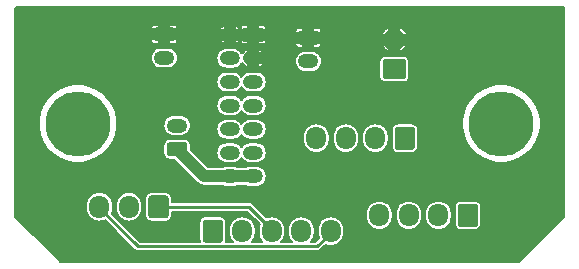
<source format=gbl>
G04 #@! TF.GenerationSoftware,KiCad,Pcbnew,(5.1.2)-1*
G04 #@! TF.CreationDate,2020-09-10T07:29:52+09:00*
G04 #@! TF.ProjectId,Ai3MS_connector_board,4169334d-535f-4636-9f6e-6e6563746f72,rev?*
G04 #@! TF.SameCoordinates,PX7efb530PY7b459e0*
G04 #@! TF.FileFunction,Copper,L2,Bot*
G04 #@! TF.FilePolarity,Positive*
%FSLAX46Y46*%
G04 Gerber Fmt 4.6, Leading zero omitted, Abs format (unit mm)*
G04 Created by KiCad (PCBNEW (5.1.2)-1) date 2020-09-10 07:29:52*
%MOMM*%
%LPD*%
G04 APERTURE LIST*
%ADD10O,1.700000X1.200000*%
%ADD11R,1.700000X1.200000*%
%ADD12C,5.500000*%
%ADD13C,0.100000*%
%ADD14C,1.700000*%
%ADD15O,1.700000X1.950000*%
%ADD16C,1.200000*%
%ADD17O,1.750000X1.200000*%
%ADD18O,2.000000X1.700000*%
%ADD19C,1.000000*%
%ADD20C,0.250000*%
%ADD21C,0.150000*%
G04 APERTURE END LIST*
D10*
X18480000Y19500000D03*
X18480000Y17500000D03*
X18480000Y15500000D03*
X18480000Y13500000D03*
X18480000Y11500000D03*
X18480000Y9500000D03*
X18480000Y7500000D03*
X20480000Y7500000D03*
X20480000Y9500000D03*
X20480000Y11500000D03*
X20480000Y13500000D03*
X20480000Y15500000D03*
X20480000Y17500000D03*
D11*
X20480000Y19500000D03*
D12*
X41480000Y11975000D03*
X5630000Y11975000D03*
D13*
G36*
X13079504Y5898796D02*
G01*
X13103773Y5895196D01*
X13127571Y5889235D01*
X13150671Y5880970D01*
X13172849Y5870480D01*
X13193893Y5857867D01*
X13213598Y5843253D01*
X13231777Y5826777D01*
X13248253Y5808598D01*
X13262867Y5788893D01*
X13275480Y5767849D01*
X13285970Y5745671D01*
X13294235Y5722571D01*
X13300196Y5698773D01*
X13303796Y5674504D01*
X13305000Y5650000D01*
X13305000Y4200000D01*
X13303796Y4175496D01*
X13300196Y4151227D01*
X13294235Y4127429D01*
X13285970Y4104329D01*
X13275480Y4082151D01*
X13262867Y4061107D01*
X13248253Y4041402D01*
X13231777Y4023223D01*
X13213598Y4006747D01*
X13193893Y3992133D01*
X13172849Y3979520D01*
X13150671Y3969030D01*
X13127571Y3960765D01*
X13103773Y3954804D01*
X13079504Y3951204D01*
X13055000Y3950000D01*
X11855000Y3950000D01*
X11830496Y3951204D01*
X11806227Y3954804D01*
X11782429Y3960765D01*
X11759329Y3969030D01*
X11737151Y3979520D01*
X11716107Y3992133D01*
X11696402Y4006747D01*
X11678223Y4023223D01*
X11661747Y4041402D01*
X11647133Y4061107D01*
X11634520Y4082151D01*
X11624030Y4104329D01*
X11615765Y4127429D01*
X11609804Y4151227D01*
X11606204Y4175496D01*
X11605000Y4200000D01*
X11605000Y5650000D01*
X11606204Y5674504D01*
X11609804Y5698773D01*
X11615765Y5722571D01*
X11624030Y5745671D01*
X11634520Y5767849D01*
X11647133Y5788893D01*
X11661747Y5808598D01*
X11678223Y5826777D01*
X11696402Y5843253D01*
X11716107Y5857867D01*
X11737151Y5870480D01*
X11759329Y5880970D01*
X11782429Y5889235D01*
X11806227Y5895196D01*
X11830496Y5898796D01*
X11855000Y5900000D01*
X13055000Y5900000D01*
X13079504Y5898796D01*
X13079504Y5898796D01*
G37*
D14*
X12455000Y4925000D03*
D15*
X9955000Y4925000D03*
X7455000Y4925000D03*
D13*
G36*
X39279504Y5173796D02*
G01*
X39303773Y5170196D01*
X39327571Y5164235D01*
X39350671Y5155970D01*
X39372849Y5145480D01*
X39393893Y5132867D01*
X39413598Y5118253D01*
X39431777Y5101777D01*
X39448253Y5083598D01*
X39462867Y5063893D01*
X39475480Y5042849D01*
X39485970Y5020671D01*
X39494235Y4997571D01*
X39500196Y4973773D01*
X39503796Y4949504D01*
X39505000Y4925000D01*
X39505000Y3475000D01*
X39503796Y3450496D01*
X39500196Y3426227D01*
X39494235Y3402429D01*
X39485970Y3379329D01*
X39475480Y3357151D01*
X39462867Y3336107D01*
X39448253Y3316402D01*
X39431777Y3298223D01*
X39413598Y3281747D01*
X39393893Y3267133D01*
X39372849Y3254520D01*
X39350671Y3244030D01*
X39327571Y3235765D01*
X39303773Y3229804D01*
X39279504Y3226204D01*
X39255000Y3225000D01*
X38055000Y3225000D01*
X38030496Y3226204D01*
X38006227Y3229804D01*
X37982429Y3235765D01*
X37959329Y3244030D01*
X37937151Y3254520D01*
X37916107Y3267133D01*
X37896402Y3281747D01*
X37878223Y3298223D01*
X37861747Y3316402D01*
X37847133Y3336107D01*
X37834520Y3357151D01*
X37824030Y3379329D01*
X37815765Y3402429D01*
X37809804Y3426227D01*
X37806204Y3450496D01*
X37805000Y3475000D01*
X37805000Y4925000D01*
X37806204Y4949504D01*
X37809804Y4973773D01*
X37815765Y4997571D01*
X37824030Y5020671D01*
X37834520Y5042849D01*
X37847133Y5063893D01*
X37861747Y5083598D01*
X37878223Y5101777D01*
X37896402Y5118253D01*
X37916107Y5132867D01*
X37937151Y5145480D01*
X37959329Y5155970D01*
X37982429Y5164235D01*
X38006227Y5170196D01*
X38030496Y5173796D01*
X38055000Y5175000D01*
X39255000Y5175000D01*
X39279504Y5173796D01*
X39279504Y5173796D01*
G37*
D14*
X38655000Y4200000D03*
D15*
X36155000Y4200000D03*
X33655000Y4200000D03*
X31155000Y4200000D03*
D13*
G36*
X17674504Y3843796D02*
G01*
X17698773Y3840196D01*
X17722571Y3834235D01*
X17745671Y3825970D01*
X17767849Y3815480D01*
X17788893Y3802867D01*
X17808598Y3788253D01*
X17826777Y3771777D01*
X17843253Y3753598D01*
X17857867Y3733893D01*
X17870480Y3712849D01*
X17880970Y3690671D01*
X17889235Y3667571D01*
X17895196Y3643773D01*
X17898796Y3619504D01*
X17900000Y3595000D01*
X17900000Y2145000D01*
X17898796Y2120496D01*
X17895196Y2096227D01*
X17889235Y2072429D01*
X17880970Y2049329D01*
X17870480Y2027151D01*
X17857867Y2006107D01*
X17843253Y1986402D01*
X17826777Y1968223D01*
X17808598Y1951747D01*
X17788893Y1937133D01*
X17767849Y1924520D01*
X17745671Y1914030D01*
X17722571Y1905765D01*
X17698773Y1899804D01*
X17674504Y1896204D01*
X17650000Y1895000D01*
X16450000Y1895000D01*
X16425496Y1896204D01*
X16401227Y1899804D01*
X16377429Y1905765D01*
X16354329Y1914030D01*
X16332151Y1924520D01*
X16311107Y1937133D01*
X16291402Y1951747D01*
X16273223Y1968223D01*
X16256747Y1986402D01*
X16242133Y2006107D01*
X16229520Y2027151D01*
X16219030Y2049329D01*
X16210765Y2072429D01*
X16204804Y2096227D01*
X16201204Y2120496D01*
X16200000Y2145000D01*
X16200000Y3595000D01*
X16201204Y3619504D01*
X16204804Y3643773D01*
X16210765Y3667571D01*
X16219030Y3690671D01*
X16229520Y3712849D01*
X16242133Y3733893D01*
X16256747Y3753598D01*
X16273223Y3771777D01*
X16291402Y3788253D01*
X16311107Y3802867D01*
X16332151Y3815480D01*
X16354329Y3825970D01*
X16377429Y3834235D01*
X16401227Y3840196D01*
X16425496Y3843796D01*
X16450000Y3845000D01*
X17650000Y3845000D01*
X17674504Y3843796D01*
X17674504Y3843796D01*
G37*
D14*
X17050000Y2870000D03*
D15*
X19550000Y2870000D03*
X22050000Y2870000D03*
X24550000Y2870000D03*
X27050000Y2870000D03*
X25820000Y10730000D03*
X28320000Y10730000D03*
X30820000Y10730000D03*
D13*
G36*
X33944504Y11703796D02*
G01*
X33968773Y11700196D01*
X33992571Y11694235D01*
X34015671Y11685970D01*
X34037849Y11675480D01*
X34058893Y11662867D01*
X34078598Y11648253D01*
X34096777Y11631777D01*
X34113253Y11613598D01*
X34127867Y11593893D01*
X34140480Y11572849D01*
X34150970Y11550671D01*
X34159235Y11527571D01*
X34165196Y11503773D01*
X34168796Y11479504D01*
X34170000Y11455000D01*
X34170000Y10005000D01*
X34168796Y9980496D01*
X34165196Y9956227D01*
X34159235Y9932429D01*
X34150970Y9909329D01*
X34140480Y9887151D01*
X34127867Y9866107D01*
X34113253Y9846402D01*
X34096777Y9828223D01*
X34078598Y9811747D01*
X34058893Y9797133D01*
X34037849Y9784520D01*
X34015671Y9774030D01*
X33992571Y9765765D01*
X33968773Y9759804D01*
X33944504Y9756204D01*
X33920000Y9755000D01*
X32720000Y9755000D01*
X32695496Y9756204D01*
X32671227Y9759804D01*
X32647429Y9765765D01*
X32624329Y9774030D01*
X32602151Y9784520D01*
X32581107Y9797133D01*
X32561402Y9811747D01*
X32543223Y9828223D01*
X32526747Y9846402D01*
X32512133Y9866107D01*
X32499520Y9887151D01*
X32489030Y9909329D01*
X32480765Y9932429D01*
X32474804Y9956227D01*
X32471204Y9980496D01*
X32470000Y10005000D01*
X32470000Y11455000D01*
X32471204Y11479504D01*
X32474804Y11503773D01*
X32480765Y11527571D01*
X32489030Y11550671D01*
X32499520Y11572849D01*
X32512133Y11593893D01*
X32526747Y11613598D01*
X32543223Y11631777D01*
X32561402Y11648253D01*
X32581107Y11662867D01*
X32602151Y11675480D01*
X32624329Y11685970D01*
X32647429Y11694235D01*
X32671227Y11700196D01*
X32695496Y11703796D01*
X32720000Y11705000D01*
X33920000Y11705000D01*
X33944504Y11703796D01*
X33944504Y11703796D01*
G37*
D14*
X33320000Y10730000D03*
D13*
G36*
X13604505Y20123796D02*
G01*
X13628773Y20120196D01*
X13652572Y20114235D01*
X13675671Y20105970D01*
X13697850Y20095480D01*
X13718893Y20082868D01*
X13738599Y20068253D01*
X13756777Y20051777D01*
X13773253Y20033599D01*
X13787868Y20013893D01*
X13800480Y19992850D01*
X13810970Y19970671D01*
X13819235Y19947572D01*
X13825196Y19923773D01*
X13828796Y19899505D01*
X13830000Y19875001D01*
X13830000Y19174999D01*
X13828796Y19150495D01*
X13825196Y19126227D01*
X13819235Y19102428D01*
X13810970Y19079329D01*
X13800480Y19057150D01*
X13787868Y19036107D01*
X13773253Y19016401D01*
X13756777Y18998223D01*
X13738599Y18981747D01*
X13718893Y18967132D01*
X13697850Y18954520D01*
X13675671Y18944030D01*
X13652572Y18935765D01*
X13628773Y18929804D01*
X13604505Y18926204D01*
X13580001Y18925000D01*
X12329999Y18925000D01*
X12305495Y18926204D01*
X12281227Y18929804D01*
X12257428Y18935765D01*
X12234329Y18944030D01*
X12212150Y18954520D01*
X12191107Y18967132D01*
X12171401Y18981747D01*
X12153223Y18998223D01*
X12136747Y19016401D01*
X12122132Y19036107D01*
X12109520Y19057150D01*
X12099030Y19079329D01*
X12090765Y19102428D01*
X12084804Y19126227D01*
X12081204Y19150495D01*
X12080000Y19174999D01*
X12080000Y19875001D01*
X12081204Y19899505D01*
X12084804Y19923773D01*
X12090765Y19947572D01*
X12099030Y19970671D01*
X12109520Y19992850D01*
X12122132Y20013893D01*
X12136747Y20033599D01*
X12153223Y20051777D01*
X12171401Y20068253D01*
X12191107Y20082868D01*
X12212150Y20095480D01*
X12234329Y20105970D01*
X12257428Y20114235D01*
X12281227Y20120196D01*
X12305495Y20123796D01*
X12329999Y20125000D01*
X13580001Y20125000D01*
X13604505Y20123796D01*
X13604505Y20123796D01*
G37*
D16*
X12955000Y19525000D03*
D17*
X12955000Y17525000D03*
D13*
G36*
X25799505Y19838796D02*
G01*
X25823773Y19835196D01*
X25847572Y19829235D01*
X25870671Y19820970D01*
X25892850Y19810480D01*
X25913893Y19797868D01*
X25933599Y19783253D01*
X25951777Y19766777D01*
X25968253Y19748599D01*
X25982868Y19728893D01*
X25995480Y19707850D01*
X26005970Y19685671D01*
X26014235Y19662572D01*
X26020196Y19638773D01*
X26023796Y19614505D01*
X26025000Y19590001D01*
X26025000Y18889999D01*
X26023796Y18865495D01*
X26020196Y18841227D01*
X26014235Y18817428D01*
X26005970Y18794329D01*
X25995480Y18772150D01*
X25982868Y18751107D01*
X25968253Y18731401D01*
X25951777Y18713223D01*
X25933599Y18696747D01*
X25913893Y18682132D01*
X25892850Y18669520D01*
X25870671Y18659030D01*
X25847572Y18650765D01*
X25823773Y18644804D01*
X25799505Y18641204D01*
X25775001Y18640000D01*
X24524999Y18640000D01*
X24500495Y18641204D01*
X24476227Y18644804D01*
X24452428Y18650765D01*
X24429329Y18659030D01*
X24407150Y18669520D01*
X24386107Y18682132D01*
X24366401Y18696747D01*
X24348223Y18713223D01*
X24331747Y18731401D01*
X24317132Y18751107D01*
X24304520Y18772150D01*
X24294030Y18794329D01*
X24285765Y18817428D01*
X24279804Y18841227D01*
X24276204Y18865495D01*
X24275000Y18889999D01*
X24275000Y19590001D01*
X24276204Y19614505D01*
X24279804Y19638773D01*
X24285765Y19662572D01*
X24294030Y19685671D01*
X24304520Y19707850D01*
X24317132Y19728893D01*
X24331747Y19748599D01*
X24348223Y19766777D01*
X24366401Y19783253D01*
X24386107Y19797868D01*
X24407150Y19810480D01*
X24429329Y19820970D01*
X24452428Y19829235D01*
X24476227Y19835196D01*
X24500495Y19838796D01*
X24524999Y19840000D01*
X25775001Y19840000D01*
X25799505Y19838796D01*
X25799505Y19838796D01*
G37*
D16*
X25150000Y19240000D03*
D17*
X25150000Y17240000D03*
D18*
X32430000Y19090000D03*
D13*
G36*
X33204504Y17438796D02*
G01*
X33228773Y17435196D01*
X33252571Y17429235D01*
X33275671Y17420970D01*
X33297849Y17410480D01*
X33318893Y17397867D01*
X33338598Y17383253D01*
X33356777Y17366777D01*
X33373253Y17348598D01*
X33387867Y17328893D01*
X33400480Y17307849D01*
X33410970Y17285671D01*
X33419235Y17262571D01*
X33425196Y17238773D01*
X33428796Y17214504D01*
X33430000Y17190000D01*
X33430000Y15990000D01*
X33428796Y15965496D01*
X33425196Y15941227D01*
X33419235Y15917429D01*
X33410970Y15894329D01*
X33400480Y15872151D01*
X33387867Y15851107D01*
X33373253Y15831402D01*
X33356777Y15813223D01*
X33338598Y15796747D01*
X33318893Y15782133D01*
X33297849Y15769520D01*
X33275671Y15759030D01*
X33252571Y15750765D01*
X33228773Y15744804D01*
X33204504Y15741204D01*
X33180000Y15740000D01*
X31680000Y15740000D01*
X31655496Y15741204D01*
X31631227Y15744804D01*
X31607429Y15750765D01*
X31584329Y15759030D01*
X31562151Y15769520D01*
X31541107Y15782133D01*
X31521402Y15796747D01*
X31503223Y15813223D01*
X31486747Y15831402D01*
X31472133Y15851107D01*
X31459520Y15872151D01*
X31449030Y15894329D01*
X31440765Y15917429D01*
X31434804Y15941227D01*
X31431204Y15965496D01*
X31430000Y15990000D01*
X31430000Y17190000D01*
X31431204Y17214504D01*
X31434804Y17238773D01*
X31440765Y17262571D01*
X31449030Y17285671D01*
X31459520Y17307849D01*
X31472133Y17328893D01*
X31486747Y17348598D01*
X31503223Y17366777D01*
X31521402Y17383253D01*
X31541107Y17397867D01*
X31562151Y17410480D01*
X31584329Y17420970D01*
X31607429Y17429235D01*
X31631227Y17435196D01*
X31655496Y17438796D01*
X31680000Y17440000D01*
X33180000Y17440000D01*
X33204504Y17438796D01*
X33204504Y17438796D01*
G37*
D14*
X32430000Y16590000D03*
D17*
X14030000Y11800000D03*
D13*
G36*
X14679505Y10398796D02*
G01*
X14703773Y10395196D01*
X14727572Y10389235D01*
X14750671Y10380970D01*
X14772850Y10370480D01*
X14793893Y10357868D01*
X14813599Y10343253D01*
X14831777Y10326777D01*
X14848253Y10308599D01*
X14862868Y10288893D01*
X14875480Y10267850D01*
X14885970Y10245671D01*
X14894235Y10222572D01*
X14900196Y10198773D01*
X14903796Y10174505D01*
X14905000Y10150001D01*
X14905000Y9449999D01*
X14903796Y9425495D01*
X14900196Y9401227D01*
X14894235Y9377428D01*
X14885970Y9354329D01*
X14875480Y9332150D01*
X14862868Y9311107D01*
X14848253Y9291401D01*
X14831777Y9273223D01*
X14813599Y9256747D01*
X14793893Y9242132D01*
X14772850Y9229520D01*
X14750671Y9219030D01*
X14727572Y9210765D01*
X14703773Y9204804D01*
X14679505Y9201204D01*
X14655001Y9200000D01*
X13404999Y9200000D01*
X13380495Y9201204D01*
X13356227Y9204804D01*
X13332428Y9210765D01*
X13309329Y9219030D01*
X13287150Y9229520D01*
X13266107Y9242132D01*
X13246401Y9256747D01*
X13228223Y9273223D01*
X13211747Y9291401D01*
X13197132Y9311107D01*
X13184520Y9332150D01*
X13174030Y9354329D01*
X13165765Y9377428D01*
X13159804Y9401227D01*
X13156204Y9425495D01*
X13155000Y9449999D01*
X13155000Y10150001D01*
X13156204Y10174505D01*
X13159804Y10198773D01*
X13165765Y10222572D01*
X13174030Y10245671D01*
X13184520Y10267850D01*
X13197132Y10288893D01*
X13211747Y10308599D01*
X13228223Y10326777D01*
X13246401Y10343253D01*
X13266107Y10357868D01*
X13287150Y10370480D01*
X13309329Y10380970D01*
X13332428Y10389235D01*
X13356227Y10395196D01*
X13380495Y10398796D01*
X13404999Y10400000D01*
X14655001Y10400000D01*
X14679505Y10398796D01*
X14679505Y10398796D01*
G37*
D16*
X14030000Y9800000D03*
D19*
X18230000Y9500000D02*
X18480000Y9500000D01*
D20*
X20730000Y11500000D02*
X20480000Y11500000D01*
X22050000Y2995000D02*
X22050000Y2870000D01*
X20120000Y4925000D02*
X22050000Y2995000D01*
X12455000Y4925000D02*
X20120000Y4925000D01*
X27050000Y2745000D02*
X27050000Y2870000D01*
X25874990Y1569990D02*
X27050000Y2745000D01*
X10685010Y1569990D02*
X25874990Y1569990D01*
X7455000Y4800000D02*
X10685010Y1569990D01*
X7455000Y4925000D02*
X7455000Y4800000D01*
D19*
X25940000Y10965000D02*
X25880000Y11025000D01*
X16330000Y7500000D02*
X18480000Y7500000D01*
X14030000Y9800000D02*
X16330000Y7500000D01*
X18480000Y7500000D02*
X20480000Y7500000D01*
D21*
G36*
X46628323Y21844063D02*
G01*
X46674810Y21830028D01*
X46717686Y21807231D01*
X46755315Y21776541D01*
X46786265Y21739129D01*
X46809361Y21696414D01*
X46823720Y21650028D01*
X46830000Y21590278D01*
X46830001Y4202236D01*
X46826158Y4163039D01*
X46818329Y4137109D01*
X46805609Y4113187D01*
X46780988Y4082998D01*
X43027648Y329656D01*
X42997216Y304659D01*
X42973340Y291857D01*
X42947434Y283937D01*
X42908678Y280000D01*
X4202226Y280000D01*
X4163039Y283842D01*
X4137109Y291671D01*
X4113187Y304391D01*
X4082998Y329012D01*
X329656Y4082352D01*
X304659Y4112784D01*
X291857Y4136660D01*
X283937Y4162566D01*
X280000Y4201322D01*
X280000Y5105264D01*
X6330000Y5105264D01*
X6330000Y4744737D01*
X6346278Y4579463D01*
X6410607Y4367399D01*
X6515071Y4171960D01*
X6655656Y4000656D01*
X6826960Y3860071D01*
X7022398Y3755607D01*
X7234462Y3691278D01*
X7455000Y3669557D01*
X7675537Y3691278D01*
X7887601Y3755607D01*
X7917648Y3771667D01*
X10388277Y1301037D01*
X10400799Y1285779D01*
X10416057Y1273257D01*
X10416059Y1273255D01*
X10461707Y1235793D01*
X10531196Y1198650D01*
X10606596Y1175778D01*
X10685010Y1168055D01*
X10704656Y1169990D01*
X25855344Y1169990D01*
X25874990Y1168055D01*
X25894636Y1169990D01*
X25894637Y1169990D01*
X25953404Y1175778D01*
X26028804Y1198650D01*
X26098293Y1235793D01*
X26159201Y1285779D01*
X26171727Y1301042D01*
X26587353Y1716667D01*
X26617399Y1700607D01*
X26829463Y1636278D01*
X27050000Y1614557D01*
X27270538Y1636278D01*
X27482602Y1700607D01*
X27678040Y1805071D01*
X27849344Y1945656D01*
X27989929Y2116960D01*
X28094393Y2312399D01*
X28158722Y2524463D01*
X28175000Y2689737D01*
X28175000Y3050264D01*
X28158722Y3215538D01*
X28094393Y3427602D01*
X27989929Y3623040D01*
X27849344Y3794344D01*
X27678040Y3934929D01*
X27482601Y4039393D01*
X27270537Y4103722D01*
X27050000Y4125443D01*
X26829462Y4103722D01*
X26617398Y4039393D01*
X26421960Y3934929D01*
X26250656Y3794344D01*
X26110071Y3623040D01*
X26005607Y3427601D01*
X25941278Y3215537D01*
X25925000Y3050263D01*
X25925000Y2689736D01*
X25941278Y2524462D01*
X26005607Y2312398D01*
X26021667Y2282352D01*
X25709305Y1969990D01*
X25369314Y1969990D01*
X25489929Y2116960D01*
X25594393Y2312399D01*
X25658722Y2524463D01*
X25675000Y2689737D01*
X25675000Y3050264D01*
X25658722Y3215538D01*
X25594393Y3427602D01*
X25489929Y3623040D01*
X25349344Y3794344D01*
X25178040Y3934929D01*
X24982601Y4039393D01*
X24770537Y4103722D01*
X24550000Y4125443D01*
X24329462Y4103722D01*
X24117398Y4039393D01*
X23921960Y3934929D01*
X23750656Y3794344D01*
X23610071Y3623040D01*
X23505607Y3427601D01*
X23441278Y3215537D01*
X23425000Y3050263D01*
X23425000Y2689736D01*
X23441278Y2524462D01*
X23505607Y2312398D01*
X23610071Y2116960D01*
X23730687Y1969990D01*
X22869314Y1969990D01*
X22989929Y2116960D01*
X23094393Y2312399D01*
X23158722Y2524463D01*
X23175000Y2689737D01*
X23175000Y3050264D01*
X23158722Y3215538D01*
X23094393Y3427602D01*
X22989929Y3623040D01*
X22849344Y3794344D01*
X22678040Y3934929D01*
X22482601Y4039393D01*
X22270537Y4103722D01*
X22050000Y4125443D01*
X21829462Y4103722D01*
X21617398Y4039393D01*
X21587352Y4023333D01*
X21230421Y4380264D01*
X30030000Y4380264D01*
X30030000Y4019737D01*
X30046278Y3854463D01*
X30110607Y3642399D01*
X30215071Y3446960D01*
X30355656Y3275656D01*
X30526960Y3135071D01*
X30722398Y3030607D01*
X30934462Y2966278D01*
X31155000Y2944557D01*
X31375537Y2966278D01*
X31587601Y3030607D01*
X31783040Y3135071D01*
X31954344Y3275656D01*
X32094929Y3446960D01*
X32199393Y3642398D01*
X32263722Y3854462D01*
X32280000Y4019736D01*
X32280000Y4380263D01*
X32280000Y4380264D01*
X32530000Y4380264D01*
X32530000Y4019737D01*
X32546278Y3854463D01*
X32610607Y3642399D01*
X32715071Y3446960D01*
X32855656Y3275656D01*
X33026960Y3135071D01*
X33222398Y3030607D01*
X33434462Y2966278D01*
X33655000Y2944557D01*
X33875537Y2966278D01*
X34087601Y3030607D01*
X34283040Y3135071D01*
X34454344Y3275656D01*
X34594929Y3446960D01*
X34699393Y3642398D01*
X34763722Y3854462D01*
X34780000Y4019736D01*
X34780000Y4380263D01*
X34780000Y4380264D01*
X35030000Y4380264D01*
X35030000Y4019737D01*
X35046278Y3854463D01*
X35110607Y3642399D01*
X35215071Y3446960D01*
X35355656Y3275656D01*
X35526960Y3135071D01*
X35722398Y3030607D01*
X35934462Y2966278D01*
X36155000Y2944557D01*
X36375537Y2966278D01*
X36587601Y3030607D01*
X36783040Y3135071D01*
X36954344Y3275656D01*
X37094929Y3446960D01*
X37199393Y3642398D01*
X37263722Y3854462D01*
X37280000Y4019736D01*
X37280000Y4380263D01*
X37263722Y4545537D01*
X37199393Y4757601D01*
X37109917Y4925000D01*
X37528670Y4925000D01*
X37528670Y3475000D01*
X37538783Y3372318D01*
X37568734Y3273582D01*
X37617373Y3182587D01*
X37682828Y3102828D01*
X37762587Y3037373D01*
X37853582Y2988734D01*
X37952318Y2958783D01*
X38055000Y2948670D01*
X39255000Y2948670D01*
X39357682Y2958783D01*
X39456418Y2988734D01*
X39547413Y3037373D01*
X39627172Y3102828D01*
X39692627Y3182587D01*
X39741266Y3273582D01*
X39771217Y3372318D01*
X39781330Y3475000D01*
X39781330Y4925000D01*
X39771217Y5027682D01*
X39741266Y5126418D01*
X39692627Y5217413D01*
X39627172Y5297172D01*
X39547413Y5362627D01*
X39456418Y5411266D01*
X39357682Y5441217D01*
X39255000Y5451330D01*
X38055000Y5451330D01*
X37952318Y5441217D01*
X37853582Y5411266D01*
X37762587Y5362627D01*
X37682828Y5297172D01*
X37617373Y5217413D01*
X37568734Y5126418D01*
X37538783Y5027682D01*
X37528670Y4925000D01*
X37109917Y4925000D01*
X37094929Y4953040D01*
X36954344Y5124344D01*
X36783040Y5264929D01*
X36587602Y5369393D01*
X36375538Y5433722D01*
X36155000Y5455443D01*
X35934463Y5433722D01*
X35722399Y5369393D01*
X35526961Y5264929D01*
X35355657Y5124344D01*
X35215071Y4953040D01*
X35110607Y4757602D01*
X35046278Y4545538D01*
X35030000Y4380264D01*
X34780000Y4380264D01*
X34763722Y4545537D01*
X34699393Y4757601D01*
X34594929Y4953040D01*
X34454344Y5124344D01*
X34283040Y5264929D01*
X34087602Y5369393D01*
X33875538Y5433722D01*
X33655000Y5455443D01*
X33434463Y5433722D01*
X33222399Y5369393D01*
X33026961Y5264929D01*
X32855657Y5124344D01*
X32715071Y4953040D01*
X32610607Y4757602D01*
X32546278Y4545538D01*
X32530000Y4380264D01*
X32280000Y4380264D01*
X32263722Y4545537D01*
X32199393Y4757601D01*
X32094929Y4953040D01*
X31954344Y5124344D01*
X31783040Y5264929D01*
X31587602Y5369393D01*
X31375538Y5433722D01*
X31155000Y5455443D01*
X30934463Y5433722D01*
X30722399Y5369393D01*
X30526961Y5264929D01*
X30355657Y5124344D01*
X30215071Y4953040D01*
X30110607Y4757602D01*
X30046278Y4545538D01*
X30030000Y4380264D01*
X21230421Y4380264D01*
X20416737Y5193948D01*
X20404211Y5209211D01*
X20343303Y5259197D01*
X20273814Y5296340D01*
X20198414Y5319212D01*
X20139647Y5325000D01*
X20139646Y5325000D01*
X20120000Y5326935D01*
X20100354Y5325000D01*
X13581330Y5325000D01*
X13581330Y5650000D01*
X13571217Y5752682D01*
X13541266Y5851418D01*
X13492627Y5942413D01*
X13427172Y6022172D01*
X13347413Y6087627D01*
X13256418Y6136266D01*
X13157682Y6166217D01*
X13055000Y6176330D01*
X11855000Y6176330D01*
X11752318Y6166217D01*
X11653582Y6136266D01*
X11562587Y6087627D01*
X11482828Y6022172D01*
X11417373Y5942413D01*
X11368734Y5851418D01*
X11338783Y5752682D01*
X11328670Y5650000D01*
X11328670Y4200000D01*
X11338783Y4097318D01*
X11368734Y3998582D01*
X11417373Y3907587D01*
X11482828Y3827828D01*
X11562587Y3762373D01*
X11653582Y3713734D01*
X11752318Y3683783D01*
X11855000Y3673670D01*
X13055000Y3673670D01*
X13157682Y3683783D01*
X13256418Y3713734D01*
X13347413Y3762373D01*
X13427172Y3827828D01*
X13492627Y3907587D01*
X13541266Y3998582D01*
X13571217Y4097318D01*
X13581330Y4200000D01*
X13581330Y4525000D01*
X19954315Y4525000D01*
X21021667Y3457647D01*
X21005607Y3427601D01*
X20941278Y3215537D01*
X20925000Y3050263D01*
X20925000Y2689736D01*
X20941278Y2524462D01*
X21005607Y2312398D01*
X21110071Y2116960D01*
X21230687Y1969990D01*
X20369314Y1969990D01*
X20489929Y2116960D01*
X20594393Y2312399D01*
X20658722Y2524463D01*
X20675000Y2689737D01*
X20675000Y3050264D01*
X20658722Y3215538D01*
X20594393Y3427602D01*
X20489929Y3623040D01*
X20349344Y3794344D01*
X20178040Y3934929D01*
X19982601Y4039393D01*
X19770537Y4103722D01*
X19550000Y4125443D01*
X19329462Y4103722D01*
X19117398Y4039393D01*
X18921960Y3934929D01*
X18750656Y3794344D01*
X18610071Y3623040D01*
X18505607Y3427601D01*
X18441278Y3215537D01*
X18425000Y3050263D01*
X18425000Y2689736D01*
X18441278Y2524462D01*
X18505607Y2312398D01*
X18610071Y2116960D01*
X18730687Y1969990D01*
X18144277Y1969990D01*
X18166217Y2042318D01*
X18176330Y2145000D01*
X18176330Y3595000D01*
X18166217Y3697682D01*
X18136266Y3796418D01*
X18087627Y3887413D01*
X18022172Y3967172D01*
X17942413Y4032627D01*
X17851418Y4081266D01*
X17752682Y4111217D01*
X17650000Y4121330D01*
X16450000Y4121330D01*
X16347318Y4111217D01*
X16248582Y4081266D01*
X16157587Y4032627D01*
X16077828Y3967172D01*
X16012373Y3887413D01*
X15963734Y3796418D01*
X15933783Y3697682D01*
X15923670Y3595000D01*
X15923670Y2145000D01*
X15933783Y2042318D01*
X15955723Y1969990D01*
X10850696Y1969990D01*
X8483333Y4337352D01*
X8499393Y4367398D01*
X8563722Y4579462D01*
X8580000Y4744736D01*
X8580000Y5105263D01*
X8580000Y5105264D01*
X8830000Y5105264D01*
X8830000Y4744737D01*
X8846278Y4579463D01*
X8910607Y4367399D01*
X9015071Y4171960D01*
X9155656Y4000656D01*
X9326960Y3860071D01*
X9522398Y3755607D01*
X9734462Y3691278D01*
X9955000Y3669557D01*
X10175537Y3691278D01*
X10387601Y3755607D01*
X10583040Y3860071D01*
X10754344Y4000656D01*
X10894929Y4171960D01*
X10999393Y4367398D01*
X11063722Y4579462D01*
X11080000Y4744736D01*
X11080000Y5105263D01*
X11063722Y5270537D01*
X10999393Y5482601D01*
X10894929Y5678040D01*
X10754344Y5849344D01*
X10583040Y5989929D01*
X10387602Y6094393D01*
X10175538Y6158722D01*
X9955000Y6180443D01*
X9734463Y6158722D01*
X9522399Y6094393D01*
X9326961Y5989929D01*
X9155657Y5849344D01*
X9015071Y5678040D01*
X8910607Y5482602D01*
X8846278Y5270538D01*
X8830000Y5105264D01*
X8580000Y5105264D01*
X8563722Y5270537D01*
X8499393Y5482601D01*
X8394929Y5678040D01*
X8254344Y5849344D01*
X8083040Y5989929D01*
X7887602Y6094393D01*
X7675538Y6158722D01*
X7455000Y6180443D01*
X7234463Y6158722D01*
X7022399Y6094393D01*
X6826961Y5989929D01*
X6655657Y5849344D01*
X6515071Y5678040D01*
X6410607Y5482602D01*
X6346278Y5270538D01*
X6330000Y5105264D01*
X280000Y5105264D01*
X280000Y12302484D01*
X2305000Y12302484D01*
X2305000Y11647516D01*
X2432778Y11005133D01*
X2683423Y10400022D01*
X3047304Y9855436D01*
X3510436Y9392304D01*
X4055022Y9028423D01*
X4660133Y8777778D01*
X5302516Y8650000D01*
X5957484Y8650000D01*
X6599867Y8777778D01*
X7204978Y9028423D01*
X7749564Y9392304D01*
X8212696Y9855436D01*
X8409518Y10150001D01*
X12878670Y10150001D01*
X12878670Y9449999D01*
X12888783Y9347317D01*
X12918734Y9248582D01*
X12967372Y9157586D01*
X13032828Y9077828D01*
X13112586Y9012372D01*
X13203582Y8963734D01*
X13302317Y8933783D01*
X13404999Y8923670D01*
X13810316Y8923670D01*
X15755072Y6978913D01*
X15779341Y6949341D01*
X15854888Y6887342D01*
X15897349Y6852494D01*
X15969313Y6814029D01*
X16031986Y6780530D01*
X16178074Y6736214D01*
X16291935Y6725000D01*
X16291936Y6725000D01*
X16329999Y6721251D01*
X16368062Y6725000D01*
X17823738Y6725000D01*
X17893532Y6687695D01*
X18058470Y6637661D01*
X18187021Y6625000D01*
X18772979Y6625000D01*
X18901530Y6637661D01*
X19066468Y6687695D01*
X19136262Y6725000D01*
X19823738Y6725000D01*
X19893532Y6687695D01*
X20058470Y6637661D01*
X20187021Y6625000D01*
X20772979Y6625000D01*
X20901530Y6637661D01*
X21066468Y6687695D01*
X21218476Y6768944D01*
X21351712Y6878288D01*
X21461056Y7011524D01*
X21542305Y7163532D01*
X21592339Y7328470D01*
X21609233Y7500000D01*
X21592339Y7671530D01*
X21542305Y7836468D01*
X21461056Y7988476D01*
X21351712Y8121712D01*
X21218476Y8231056D01*
X21066468Y8312305D01*
X20901530Y8362339D01*
X20772979Y8375000D01*
X20187021Y8375000D01*
X20058470Y8362339D01*
X19893532Y8312305D01*
X19823738Y8275000D01*
X19136262Y8275000D01*
X19066468Y8312305D01*
X18901530Y8362339D01*
X18772979Y8375000D01*
X18187021Y8375000D01*
X18058470Y8362339D01*
X17893532Y8312305D01*
X17823738Y8275000D01*
X16651015Y8275000D01*
X15426015Y9500000D01*
X17350767Y9500000D01*
X17367661Y9328470D01*
X17417695Y9163532D01*
X17498944Y9011524D01*
X17608288Y8878288D01*
X17741524Y8768944D01*
X17893532Y8687695D01*
X18058470Y8637661D01*
X18187021Y8625000D01*
X18772979Y8625000D01*
X18901530Y8637661D01*
X19066468Y8687695D01*
X19218476Y8768944D01*
X19351712Y8878288D01*
X19461056Y9011524D01*
X19480000Y9046966D01*
X19498944Y9011524D01*
X19608288Y8878288D01*
X19741524Y8768944D01*
X19893532Y8687695D01*
X20058470Y8637661D01*
X20187021Y8625000D01*
X20772979Y8625000D01*
X20901530Y8637661D01*
X21066468Y8687695D01*
X21218476Y8768944D01*
X21351712Y8878288D01*
X21461056Y9011524D01*
X21542305Y9163532D01*
X21592339Y9328470D01*
X21609233Y9500000D01*
X21592339Y9671530D01*
X21542305Y9836468D01*
X21461056Y9988476D01*
X21351712Y10121712D01*
X21218476Y10231056D01*
X21066468Y10312305D01*
X20901530Y10362339D01*
X20772979Y10375000D01*
X20187021Y10375000D01*
X20058470Y10362339D01*
X19893532Y10312305D01*
X19741524Y10231056D01*
X19608288Y10121712D01*
X19498944Y9988476D01*
X19480000Y9953034D01*
X19461056Y9988476D01*
X19351712Y10121712D01*
X19218476Y10231056D01*
X19066468Y10312305D01*
X18901530Y10362339D01*
X18772979Y10375000D01*
X18187021Y10375000D01*
X18058470Y10362339D01*
X17893532Y10312305D01*
X17741524Y10231056D01*
X17608288Y10121712D01*
X17498944Y9988476D01*
X17417695Y9836468D01*
X17367661Y9671530D01*
X17350767Y9500000D01*
X15426015Y9500000D01*
X15181330Y9744684D01*
X15181330Y10150001D01*
X15171217Y10252683D01*
X15141266Y10351418D01*
X15092628Y10442414D01*
X15027172Y10522172D01*
X14947414Y10587628D01*
X14856418Y10636266D01*
X14757683Y10666217D01*
X14655001Y10676330D01*
X13404999Y10676330D01*
X13302317Y10666217D01*
X13203582Y10636266D01*
X13112586Y10587628D01*
X13032828Y10522172D01*
X12967372Y10442414D01*
X12918734Y10351418D01*
X12888783Y10252683D01*
X12878670Y10150001D01*
X8409518Y10150001D01*
X8576577Y10400022D01*
X8827222Y11005133D01*
X8955000Y11647516D01*
X8955000Y11800000D01*
X12875767Y11800000D01*
X12892661Y11628470D01*
X12942695Y11463532D01*
X13023944Y11311524D01*
X13133288Y11178288D01*
X13266524Y11068944D01*
X13418532Y10987695D01*
X13583470Y10937661D01*
X13712021Y10925000D01*
X14347979Y10925000D01*
X14476530Y10937661D01*
X14641468Y10987695D01*
X14793476Y11068944D01*
X14926712Y11178288D01*
X15036056Y11311524D01*
X15117305Y11463532D01*
X15128367Y11500000D01*
X17350767Y11500000D01*
X17367661Y11328470D01*
X17417695Y11163532D01*
X17498944Y11011524D01*
X17608288Y10878288D01*
X17741524Y10768944D01*
X17893532Y10687695D01*
X18058470Y10637661D01*
X18187021Y10625000D01*
X18772979Y10625000D01*
X18901530Y10637661D01*
X19066468Y10687695D01*
X19218476Y10768944D01*
X19351712Y10878288D01*
X19461056Y11011524D01*
X19480000Y11046966D01*
X19498944Y11011524D01*
X19608288Y10878288D01*
X19741524Y10768944D01*
X19893532Y10687695D01*
X20058470Y10637661D01*
X20187021Y10625000D01*
X20772979Y10625000D01*
X20901530Y10637661D01*
X21066468Y10687695D01*
X21218476Y10768944D01*
X21351712Y10878288D01*
X21377954Y10910264D01*
X24695000Y10910264D01*
X24695000Y10549737D01*
X24711278Y10384463D01*
X24775607Y10172399D01*
X24880071Y9976960D01*
X25020656Y9805656D01*
X25191960Y9665071D01*
X25387398Y9560607D01*
X25599462Y9496278D01*
X25820000Y9474557D01*
X26040537Y9496278D01*
X26252601Y9560607D01*
X26448040Y9665071D01*
X26619344Y9805656D01*
X26759929Y9976960D01*
X26864393Y10172398D01*
X26928722Y10384462D01*
X26945000Y10549736D01*
X26945000Y10910263D01*
X26945000Y10910264D01*
X27195000Y10910264D01*
X27195000Y10549737D01*
X27211278Y10384463D01*
X27275607Y10172399D01*
X27380071Y9976960D01*
X27520656Y9805656D01*
X27691960Y9665071D01*
X27887398Y9560607D01*
X28099462Y9496278D01*
X28320000Y9474557D01*
X28540537Y9496278D01*
X28752601Y9560607D01*
X28948040Y9665071D01*
X29119344Y9805656D01*
X29259929Y9976960D01*
X29364393Y10172398D01*
X29428722Y10384462D01*
X29445000Y10549736D01*
X29445000Y10910263D01*
X29445000Y10910264D01*
X29695000Y10910264D01*
X29695000Y10549737D01*
X29711278Y10384463D01*
X29775607Y10172399D01*
X29880071Y9976960D01*
X30020656Y9805656D01*
X30191960Y9665071D01*
X30387398Y9560607D01*
X30599462Y9496278D01*
X30820000Y9474557D01*
X31040537Y9496278D01*
X31252601Y9560607D01*
X31448040Y9665071D01*
X31619344Y9805656D01*
X31759929Y9976960D01*
X31864393Y10172398D01*
X31928722Y10384462D01*
X31945000Y10549736D01*
X31945000Y10910263D01*
X31928722Y11075537D01*
X31864393Y11287601D01*
X31774917Y11455000D01*
X32193670Y11455000D01*
X32193670Y10005000D01*
X32203783Y9902318D01*
X32233734Y9803582D01*
X32282373Y9712587D01*
X32347828Y9632828D01*
X32427587Y9567373D01*
X32518582Y9518734D01*
X32617318Y9488783D01*
X32720000Y9478670D01*
X33920000Y9478670D01*
X34022682Y9488783D01*
X34121418Y9518734D01*
X34212413Y9567373D01*
X34292172Y9632828D01*
X34357627Y9712587D01*
X34406266Y9803582D01*
X34436217Y9902318D01*
X34446330Y10005000D01*
X34446330Y11455000D01*
X34436217Y11557682D01*
X34406266Y11656418D01*
X34357627Y11747413D01*
X34292172Y11827172D01*
X34212413Y11892627D01*
X34121418Y11941266D01*
X34022682Y11971217D01*
X33920000Y11981330D01*
X32720000Y11981330D01*
X32617318Y11971217D01*
X32518582Y11941266D01*
X32427587Y11892627D01*
X32347828Y11827172D01*
X32282373Y11747413D01*
X32233734Y11656418D01*
X32203783Y11557682D01*
X32193670Y11455000D01*
X31774917Y11455000D01*
X31759929Y11483040D01*
X31619344Y11654344D01*
X31448040Y11794929D01*
X31252602Y11899393D01*
X31040538Y11963722D01*
X30820000Y11985443D01*
X30599463Y11963722D01*
X30387399Y11899393D01*
X30191961Y11794929D01*
X30020657Y11654344D01*
X29880071Y11483040D01*
X29775607Y11287602D01*
X29711278Y11075538D01*
X29695000Y10910264D01*
X29445000Y10910264D01*
X29428722Y11075537D01*
X29364393Y11287601D01*
X29259929Y11483040D01*
X29119344Y11654344D01*
X28948040Y11794929D01*
X28752602Y11899393D01*
X28540538Y11963722D01*
X28320000Y11985443D01*
X28099463Y11963722D01*
X27887399Y11899393D01*
X27691961Y11794929D01*
X27520657Y11654344D01*
X27380071Y11483040D01*
X27275607Y11287602D01*
X27211278Y11075538D01*
X27195000Y10910264D01*
X26945000Y10910264D01*
X26928722Y11075537D01*
X26864393Y11287601D01*
X26759929Y11483040D01*
X26619344Y11654344D01*
X26448040Y11794929D01*
X26252602Y11899393D01*
X26040538Y11963722D01*
X25820000Y11985443D01*
X25599463Y11963722D01*
X25387399Y11899393D01*
X25191961Y11794929D01*
X25020657Y11654344D01*
X24880071Y11483040D01*
X24775607Y11287602D01*
X24711278Y11075538D01*
X24695000Y10910264D01*
X21377954Y10910264D01*
X21461056Y11011524D01*
X21542305Y11163532D01*
X21592339Y11328470D01*
X21609233Y11500000D01*
X21592339Y11671530D01*
X21542305Y11836468D01*
X21461056Y11988476D01*
X21351712Y12121712D01*
X21218476Y12231056D01*
X21084843Y12302484D01*
X38155000Y12302484D01*
X38155000Y11647516D01*
X38282778Y11005133D01*
X38533423Y10400022D01*
X38897304Y9855436D01*
X39360436Y9392304D01*
X39905022Y9028423D01*
X40510133Y8777778D01*
X41152516Y8650000D01*
X41807484Y8650000D01*
X42449867Y8777778D01*
X43054978Y9028423D01*
X43599564Y9392304D01*
X44062696Y9855436D01*
X44426577Y10400022D01*
X44677222Y11005133D01*
X44805000Y11647516D01*
X44805000Y12302484D01*
X44677222Y12944867D01*
X44426577Y13549978D01*
X44062696Y14094564D01*
X43599564Y14557696D01*
X43054978Y14921577D01*
X42449867Y15172222D01*
X41807484Y15300000D01*
X41152516Y15300000D01*
X40510133Y15172222D01*
X39905022Y14921577D01*
X39360436Y14557696D01*
X38897304Y14094564D01*
X38533423Y13549978D01*
X38282778Y12944867D01*
X38155000Y12302484D01*
X21084843Y12302484D01*
X21066468Y12312305D01*
X20901530Y12362339D01*
X20772979Y12375000D01*
X20187021Y12375000D01*
X20058470Y12362339D01*
X19893532Y12312305D01*
X19741524Y12231056D01*
X19608288Y12121712D01*
X19498944Y11988476D01*
X19480000Y11953034D01*
X19461056Y11988476D01*
X19351712Y12121712D01*
X19218476Y12231056D01*
X19066468Y12312305D01*
X18901530Y12362339D01*
X18772979Y12375000D01*
X18187021Y12375000D01*
X18058470Y12362339D01*
X17893532Y12312305D01*
X17741524Y12231056D01*
X17608288Y12121712D01*
X17498944Y11988476D01*
X17417695Y11836468D01*
X17367661Y11671530D01*
X17350767Y11500000D01*
X15128367Y11500000D01*
X15167339Y11628470D01*
X15184233Y11800000D01*
X15167339Y11971530D01*
X15117305Y12136468D01*
X15036056Y12288476D01*
X14926712Y12421712D01*
X14793476Y12531056D01*
X14641468Y12612305D01*
X14476530Y12662339D01*
X14347979Y12675000D01*
X13712021Y12675000D01*
X13583470Y12662339D01*
X13418532Y12612305D01*
X13266524Y12531056D01*
X13133288Y12421712D01*
X13023944Y12288476D01*
X12942695Y12136468D01*
X12892661Y11971530D01*
X12875767Y11800000D01*
X8955000Y11800000D01*
X8955000Y12302484D01*
X8827222Y12944867D01*
X8597279Y13500000D01*
X17350767Y13500000D01*
X17367661Y13328470D01*
X17417695Y13163532D01*
X17498944Y13011524D01*
X17608288Y12878288D01*
X17741524Y12768944D01*
X17893532Y12687695D01*
X18058470Y12637661D01*
X18187021Y12625000D01*
X18772979Y12625000D01*
X18901530Y12637661D01*
X19066468Y12687695D01*
X19218476Y12768944D01*
X19351712Y12878288D01*
X19461056Y13011524D01*
X19480000Y13046966D01*
X19498944Y13011524D01*
X19608288Y12878288D01*
X19741524Y12768944D01*
X19893532Y12687695D01*
X20058470Y12637661D01*
X20187021Y12625000D01*
X20772979Y12625000D01*
X20901530Y12637661D01*
X21066468Y12687695D01*
X21218476Y12768944D01*
X21351712Y12878288D01*
X21461056Y13011524D01*
X21542305Y13163532D01*
X21592339Y13328470D01*
X21609233Y13500000D01*
X21592339Y13671530D01*
X21542305Y13836468D01*
X21461056Y13988476D01*
X21351712Y14121712D01*
X21218476Y14231056D01*
X21066468Y14312305D01*
X20901530Y14362339D01*
X20772979Y14375000D01*
X20187021Y14375000D01*
X20058470Y14362339D01*
X19893532Y14312305D01*
X19741524Y14231056D01*
X19608288Y14121712D01*
X19498944Y13988476D01*
X19480000Y13953034D01*
X19461056Y13988476D01*
X19351712Y14121712D01*
X19218476Y14231056D01*
X19066468Y14312305D01*
X18901530Y14362339D01*
X18772979Y14375000D01*
X18187021Y14375000D01*
X18058470Y14362339D01*
X17893532Y14312305D01*
X17741524Y14231056D01*
X17608288Y14121712D01*
X17498944Y13988476D01*
X17417695Y13836468D01*
X17367661Y13671530D01*
X17350767Y13500000D01*
X8597279Y13500000D01*
X8576577Y13549978D01*
X8212696Y14094564D01*
X7749564Y14557696D01*
X7204978Y14921577D01*
X6599867Y15172222D01*
X5957484Y15300000D01*
X5302516Y15300000D01*
X4660133Y15172222D01*
X4055022Y14921577D01*
X3510436Y14557696D01*
X3047304Y14094564D01*
X2683423Y13549978D01*
X2432778Y12944867D01*
X2305000Y12302484D01*
X280000Y12302484D01*
X280000Y15500000D01*
X17350767Y15500000D01*
X17367661Y15328470D01*
X17417695Y15163532D01*
X17498944Y15011524D01*
X17608288Y14878288D01*
X17741524Y14768944D01*
X17893532Y14687695D01*
X18058470Y14637661D01*
X18187021Y14625000D01*
X18772979Y14625000D01*
X18901530Y14637661D01*
X19066468Y14687695D01*
X19218476Y14768944D01*
X19351712Y14878288D01*
X19461056Y15011524D01*
X19480000Y15046966D01*
X19498944Y15011524D01*
X19608288Y14878288D01*
X19741524Y14768944D01*
X19893532Y14687695D01*
X20058470Y14637661D01*
X20187021Y14625000D01*
X20772979Y14625000D01*
X20901530Y14637661D01*
X21066468Y14687695D01*
X21218476Y14768944D01*
X21351712Y14878288D01*
X21461056Y15011524D01*
X21542305Y15163532D01*
X21592339Y15328470D01*
X21609233Y15500000D01*
X21592339Y15671530D01*
X21542305Y15836468D01*
X21461056Y15988476D01*
X21351712Y16121712D01*
X21218476Y16231056D01*
X21066468Y16312305D01*
X20901530Y16362339D01*
X20772979Y16375000D01*
X20187021Y16375000D01*
X20058470Y16362339D01*
X19893532Y16312305D01*
X19741524Y16231056D01*
X19608288Y16121712D01*
X19498944Y15988476D01*
X19480000Y15953034D01*
X19461056Y15988476D01*
X19351712Y16121712D01*
X19218476Y16231056D01*
X19066468Y16312305D01*
X18901530Y16362339D01*
X18772979Y16375000D01*
X18187021Y16375000D01*
X18058470Y16362339D01*
X17893532Y16312305D01*
X17741524Y16231056D01*
X17608288Y16121712D01*
X17498944Y15988476D01*
X17417695Y15836468D01*
X17367661Y15671530D01*
X17350767Y15500000D01*
X280000Y15500000D01*
X280000Y17525000D01*
X11800767Y17525000D01*
X11817661Y17353470D01*
X11867695Y17188532D01*
X11948944Y17036524D01*
X12058288Y16903288D01*
X12191524Y16793944D01*
X12343532Y16712695D01*
X12508470Y16662661D01*
X12637021Y16650000D01*
X13272979Y16650000D01*
X13401530Y16662661D01*
X13566468Y16712695D01*
X13718476Y16793944D01*
X13851712Y16903288D01*
X13961056Y17036524D01*
X14042305Y17188532D01*
X14092339Y17353470D01*
X14106770Y17500000D01*
X17350767Y17500000D01*
X17367661Y17328470D01*
X17417695Y17163532D01*
X17498944Y17011524D01*
X17608288Y16878288D01*
X17741524Y16768944D01*
X17893532Y16687695D01*
X18058470Y16637661D01*
X18187021Y16625000D01*
X18772979Y16625000D01*
X18901530Y16637661D01*
X19066468Y16687695D01*
X19218476Y16768944D01*
X19351712Y16878288D01*
X19461056Y17011524D01*
X19494983Y17074998D01*
X19589413Y17074998D01*
X19598083Y16969617D01*
X19673954Y16927543D01*
X19796319Y16830063D01*
X19935350Y16758329D01*
X20055000Y16777617D01*
X20055000Y17075000D01*
X20905000Y17075000D01*
X20905000Y16777617D01*
X21024650Y16758329D01*
X21163681Y16830063D01*
X21286046Y16927543D01*
X21361917Y16969617D01*
X21370587Y17075000D01*
X20905000Y17075000D01*
X20055000Y17075000D01*
X20035000Y17075000D01*
X20035000Y17240000D01*
X23995767Y17240000D01*
X24012661Y17068470D01*
X24062695Y16903532D01*
X24143944Y16751524D01*
X24253288Y16618288D01*
X24386524Y16508944D01*
X24538532Y16427695D01*
X24703470Y16377661D01*
X24832021Y16365000D01*
X25467979Y16365000D01*
X25596530Y16377661D01*
X25761468Y16427695D01*
X25913476Y16508944D01*
X26046712Y16618288D01*
X26156056Y16751524D01*
X26237305Y16903532D01*
X26287339Y17068470D01*
X26299308Y17190000D01*
X31153670Y17190000D01*
X31153670Y15990000D01*
X31163783Y15887318D01*
X31193734Y15788582D01*
X31242373Y15697587D01*
X31307828Y15617828D01*
X31387587Y15552373D01*
X31478582Y15503734D01*
X31577318Y15473783D01*
X31680000Y15463670D01*
X33180000Y15463670D01*
X33282682Y15473783D01*
X33381418Y15503734D01*
X33472413Y15552373D01*
X33552172Y15617828D01*
X33617627Y15697587D01*
X33666266Y15788582D01*
X33696217Y15887318D01*
X33706330Y15990000D01*
X33706330Y17190000D01*
X33696217Y17292682D01*
X33666266Y17391418D01*
X33617627Y17482413D01*
X33552172Y17562172D01*
X33472413Y17627627D01*
X33381418Y17676266D01*
X33282682Y17706217D01*
X33180000Y17716330D01*
X31680000Y17716330D01*
X31577318Y17706217D01*
X31478582Y17676266D01*
X31387587Y17627627D01*
X31307828Y17562172D01*
X31242373Y17482413D01*
X31193734Y17391418D01*
X31163783Y17292682D01*
X31153670Y17190000D01*
X26299308Y17190000D01*
X26304233Y17240000D01*
X26287339Y17411530D01*
X26237305Y17576468D01*
X26156056Y17728476D01*
X26046712Y17861712D01*
X25913476Y17971056D01*
X25761468Y18052305D01*
X25596530Y18102339D01*
X25467979Y18115000D01*
X24832021Y18115000D01*
X24703470Y18102339D01*
X24538532Y18052305D01*
X24386524Y17971056D01*
X24253288Y17861712D01*
X24143944Y17728476D01*
X24062695Y17576468D01*
X24012661Y17411530D01*
X23995767Y17240000D01*
X20035000Y17240000D01*
X20035000Y17925000D01*
X20055000Y17925000D01*
X20055000Y18222383D01*
X20905000Y18222383D01*
X20905000Y17925000D01*
X21370587Y17925000D01*
X21361917Y18030383D01*
X21286046Y18072457D01*
X21163681Y18169937D01*
X21024650Y18241671D01*
X20905000Y18222383D01*
X20055000Y18222383D01*
X19935350Y18241671D01*
X19796319Y18169937D01*
X19673954Y18072457D01*
X19598083Y18030383D01*
X19589413Y17925002D01*
X19494983Y17925002D01*
X19461056Y17988476D01*
X19351712Y18121712D01*
X19218476Y18231056D01*
X19066468Y18312305D01*
X18901530Y18362339D01*
X18772979Y18375000D01*
X18187021Y18375000D01*
X18058470Y18362339D01*
X17893532Y18312305D01*
X17741524Y18231056D01*
X17608288Y18121712D01*
X17498944Y17988476D01*
X17417695Y17836468D01*
X17367661Y17671530D01*
X17350767Y17500000D01*
X14106770Y17500000D01*
X14109233Y17525000D01*
X14092339Y17696530D01*
X14042305Y17861468D01*
X13961056Y18013476D01*
X13851712Y18146712D01*
X13718476Y18256056D01*
X13566468Y18337305D01*
X13401530Y18387339D01*
X13272979Y18400000D01*
X12637021Y18400000D01*
X12508470Y18387339D01*
X12343532Y18337305D01*
X12191524Y18256056D01*
X12058288Y18146712D01*
X11948944Y18013476D01*
X11867695Y17861468D01*
X11817661Y17696530D01*
X11800767Y17525000D01*
X280000Y17525000D01*
X280000Y18640000D01*
X24048911Y18640000D01*
X24053255Y18595892D01*
X24066121Y18553479D01*
X24087014Y18514392D01*
X24115131Y18480131D01*
X24149392Y18452014D01*
X24188479Y18431121D01*
X24230892Y18418255D01*
X24275000Y18413911D01*
X24668750Y18415000D01*
X24725000Y18471250D01*
X24725000Y18815000D01*
X25575000Y18815000D01*
X25575000Y18471250D01*
X25631250Y18415000D01*
X26025000Y18413911D01*
X26069108Y18418255D01*
X26111521Y18431121D01*
X26150608Y18452014D01*
X26184869Y18480131D01*
X26212986Y18514392D01*
X26233879Y18553479D01*
X26246745Y18595892D01*
X26251089Y18640000D01*
X26250860Y18665000D01*
X31354135Y18665000D01*
X31371220Y18515766D01*
X31512990Y18364671D01*
X31669233Y18228972D01*
X31848947Y18126362D01*
X32005000Y18127044D01*
X32005000Y18665000D01*
X32855000Y18665000D01*
X32855000Y18127044D01*
X33011053Y18126362D01*
X33190767Y18228972D01*
X33347010Y18364671D01*
X33488780Y18515766D01*
X33505865Y18665000D01*
X32855000Y18665000D01*
X32005000Y18665000D01*
X31354135Y18665000D01*
X26250860Y18665000D01*
X26250000Y18758750D01*
X26193750Y18815000D01*
X25575000Y18815000D01*
X24725000Y18815000D01*
X24106250Y18815000D01*
X24050000Y18758750D01*
X24048911Y18640000D01*
X280000Y18640000D01*
X280000Y18925000D01*
X11853911Y18925000D01*
X11858255Y18880892D01*
X11871121Y18838479D01*
X11892014Y18799392D01*
X11920131Y18765131D01*
X11954392Y18737014D01*
X11993479Y18716121D01*
X12035892Y18703255D01*
X12080000Y18698911D01*
X12473750Y18700000D01*
X12530000Y18756250D01*
X12530000Y19100000D01*
X13380000Y19100000D01*
X13380000Y18756250D01*
X13436250Y18700000D01*
X13830000Y18698911D01*
X13874108Y18703255D01*
X13916521Y18716121D01*
X13955608Y18737014D01*
X13989869Y18765131D01*
X14017986Y18799392D01*
X14038879Y18838479D01*
X14051745Y18880892D01*
X14056089Y18925000D01*
X14055000Y19043750D01*
X14023750Y19075000D01*
X17589413Y19075000D01*
X17598083Y18969617D01*
X17673954Y18927543D01*
X17796319Y18830063D01*
X17935350Y18758329D01*
X18055000Y18777617D01*
X18055000Y19075000D01*
X18905000Y19075000D01*
X18905000Y18777617D01*
X19024650Y18758329D01*
X19163681Y18830063D01*
X19251471Y18900000D01*
X19403911Y18900000D01*
X19408255Y18855892D01*
X19421121Y18813479D01*
X19442014Y18774392D01*
X19470131Y18740131D01*
X19504392Y18712014D01*
X19543479Y18691121D01*
X19585892Y18678255D01*
X19630000Y18673911D01*
X19998750Y18675000D01*
X20055000Y18731250D01*
X20055000Y19075000D01*
X20905000Y19075000D01*
X20905000Y18731250D01*
X20961250Y18675000D01*
X21330000Y18673911D01*
X21374108Y18678255D01*
X21416521Y18691121D01*
X21455608Y18712014D01*
X21489869Y18740131D01*
X21517986Y18774392D01*
X21538879Y18813479D01*
X21551745Y18855892D01*
X21556089Y18900000D01*
X21555000Y19018750D01*
X21498750Y19075000D01*
X20905000Y19075000D01*
X20055000Y19075000D01*
X19461250Y19075000D01*
X19405000Y19018750D01*
X19403911Y18900000D01*
X19251471Y18900000D01*
X19286046Y18927543D01*
X19361917Y18969617D01*
X19370587Y19075000D01*
X18905000Y19075000D01*
X18055000Y19075000D01*
X17589413Y19075000D01*
X14023750Y19075000D01*
X13998750Y19100000D01*
X13380000Y19100000D01*
X12530000Y19100000D01*
X11911250Y19100000D01*
X11855000Y19043750D01*
X11853911Y18925000D01*
X280000Y18925000D01*
X280000Y19515000D01*
X31354135Y19515000D01*
X32005000Y19515000D01*
X32005000Y20052956D01*
X32855000Y20052956D01*
X32855000Y19515000D01*
X33505865Y19515000D01*
X33488780Y19664234D01*
X33347010Y19815329D01*
X33190767Y19951028D01*
X33011053Y20053638D01*
X32855000Y20052956D01*
X32005000Y20052956D01*
X31848947Y20053638D01*
X31669233Y19951028D01*
X31512990Y19815329D01*
X31371220Y19664234D01*
X31354135Y19515000D01*
X280000Y19515000D01*
X280000Y19840000D01*
X24048911Y19840000D01*
X24050000Y19721250D01*
X24106250Y19665000D01*
X24725000Y19665000D01*
X24725000Y20008750D01*
X25575000Y20008750D01*
X25575000Y19665000D01*
X26193750Y19665000D01*
X26250000Y19721250D01*
X26251089Y19840000D01*
X26246745Y19884108D01*
X26233879Y19926521D01*
X26212986Y19965608D01*
X26184869Y19999869D01*
X26150608Y20027986D01*
X26111521Y20048879D01*
X26069108Y20061745D01*
X26025000Y20066089D01*
X25631250Y20065000D01*
X25575000Y20008750D01*
X24725000Y20008750D01*
X24668750Y20065000D01*
X24275000Y20066089D01*
X24230892Y20061745D01*
X24188479Y20048879D01*
X24149392Y20027986D01*
X24115131Y19999869D01*
X24087014Y19965608D01*
X24066121Y19926521D01*
X24053255Y19884108D01*
X24048911Y19840000D01*
X280000Y19840000D01*
X280000Y19925000D01*
X17589413Y19925000D01*
X18055000Y19925000D01*
X18055000Y20222383D01*
X18905000Y20222383D01*
X18905000Y19925000D01*
X19370587Y19925000D01*
X19361917Y20030383D01*
X19286046Y20072457D01*
X19251472Y20100000D01*
X19403911Y20100000D01*
X19405000Y19981250D01*
X19461250Y19925000D01*
X20055000Y19925000D01*
X20055000Y20268750D01*
X20905000Y20268750D01*
X20905000Y19925000D01*
X21498750Y19925000D01*
X21555000Y19981250D01*
X21556089Y20100000D01*
X21551745Y20144108D01*
X21538879Y20186521D01*
X21517986Y20225608D01*
X21489869Y20259869D01*
X21455608Y20287986D01*
X21416521Y20308879D01*
X21374108Y20321745D01*
X21330000Y20326089D01*
X20961250Y20325000D01*
X20905000Y20268750D01*
X20055000Y20268750D01*
X19998750Y20325000D01*
X19630000Y20326089D01*
X19585892Y20321745D01*
X19543479Y20308879D01*
X19504392Y20287986D01*
X19470131Y20259869D01*
X19442014Y20225608D01*
X19421121Y20186521D01*
X19408255Y20144108D01*
X19403911Y20100000D01*
X19251472Y20100000D01*
X19163681Y20169937D01*
X19024650Y20241671D01*
X18905000Y20222383D01*
X18055000Y20222383D01*
X17935350Y20241671D01*
X17796319Y20169937D01*
X17673954Y20072457D01*
X17598083Y20030383D01*
X17589413Y19925000D01*
X280000Y19925000D01*
X280000Y20125000D01*
X11853911Y20125000D01*
X11855000Y20006250D01*
X11911250Y19950000D01*
X12530000Y19950000D01*
X12530000Y20293750D01*
X13380000Y20293750D01*
X13380000Y19950000D01*
X13998750Y19950000D01*
X14055000Y20006250D01*
X14056089Y20125000D01*
X14051745Y20169108D01*
X14038879Y20211521D01*
X14017986Y20250608D01*
X13989869Y20284869D01*
X13955608Y20312986D01*
X13916521Y20333879D01*
X13874108Y20346745D01*
X13830000Y20351089D01*
X13436250Y20350000D01*
X13380000Y20293750D01*
X12530000Y20293750D01*
X12473750Y20350000D01*
X12080000Y20351089D01*
X12035892Y20346745D01*
X11993479Y20333879D01*
X11954392Y20312986D01*
X11920131Y20284869D01*
X11892014Y20250608D01*
X11871121Y20211521D01*
X11858255Y20169108D01*
X11853911Y20125000D01*
X280000Y20125000D01*
X280000Y21587773D01*
X285937Y21648323D01*
X299972Y21694810D01*
X322769Y21737686D01*
X353459Y21775315D01*
X390871Y21806265D01*
X433586Y21829361D01*
X479972Y21843720D01*
X539722Y21850000D01*
X46567773Y21850000D01*
X46628323Y21844063D01*
X46628323Y21844063D01*
G37*
X46628323Y21844063D02*
X46674810Y21830028D01*
X46717686Y21807231D01*
X46755315Y21776541D01*
X46786265Y21739129D01*
X46809361Y21696414D01*
X46823720Y21650028D01*
X46830000Y21590278D01*
X46830001Y4202236D01*
X46826158Y4163039D01*
X46818329Y4137109D01*
X46805609Y4113187D01*
X46780988Y4082998D01*
X43027648Y329656D01*
X42997216Y304659D01*
X42973340Y291857D01*
X42947434Y283937D01*
X42908678Y280000D01*
X4202226Y280000D01*
X4163039Y283842D01*
X4137109Y291671D01*
X4113187Y304391D01*
X4082998Y329012D01*
X329656Y4082352D01*
X304659Y4112784D01*
X291857Y4136660D01*
X283937Y4162566D01*
X280000Y4201322D01*
X280000Y5105264D01*
X6330000Y5105264D01*
X6330000Y4744737D01*
X6346278Y4579463D01*
X6410607Y4367399D01*
X6515071Y4171960D01*
X6655656Y4000656D01*
X6826960Y3860071D01*
X7022398Y3755607D01*
X7234462Y3691278D01*
X7455000Y3669557D01*
X7675537Y3691278D01*
X7887601Y3755607D01*
X7917648Y3771667D01*
X10388277Y1301037D01*
X10400799Y1285779D01*
X10416057Y1273257D01*
X10416059Y1273255D01*
X10461707Y1235793D01*
X10531196Y1198650D01*
X10606596Y1175778D01*
X10685010Y1168055D01*
X10704656Y1169990D01*
X25855344Y1169990D01*
X25874990Y1168055D01*
X25894636Y1169990D01*
X25894637Y1169990D01*
X25953404Y1175778D01*
X26028804Y1198650D01*
X26098293Y1235793D01*
X26159201Y1285779D01*
X26171727Y1301042D01*
X26587353Y1716667D01*
X26617399Y1700607D01*
X26829463Y1636278D01*
X27050000Y1614557D01*
X27270538Y1636278D01*
X27482602Y1700607D01*
X27678040Y1805071D01*
X27849344Y1945656D01*
X27989929Y2116960D01*
X28094393Y2312399D01*
X28158722Y2524463D01*
X28175000Y2689737D01*
X28175000Y3050264D01*
X28158722Y3215538D01*
X28094393Y3427602D01*
X27989929Y3623040D01*
X27849344Y3794344D01*
X27678040Y3934929D01*
X27482601Y4039393D01*
X27270537Y4103722D01*
X27050000Y4125443D01*
X26829462Y4103722D01*
X26617398Y4039393D01*
X26421960Y3934929D01*
X26250656Y3794344D01*
X26110071Y3623040D01*
X26005607Y3427601D01*
X25941278Y3215537D01*
X25925000Y3050263D01*
X25925000Y2689736D01*
X25941278Y2524462D01*
X26005607Y2312398D01*
X26021667Y2282352D01*
X25709305Y1969990D01*
X25369314Y1969990D01*
X25489929Y2116960D01*
X25594393Y2312399D01*
X25658722Y2524463D01*
X25675000Y2689737D01*
X25675000Y3050264D01*
X25658722Y3215538D01*
X25594393Y3427602D01*
X25489929Y3623040D01*
X25349344Y3794344D01*
X25178040Y3934929D01*
X24982601Y4039393D01*
X24770537Y4103722D01*
X24550000Y4125443D01*
X24329462Y4103722D01*
X24117398Y4039393D01*
X23921960Y3934929D01*
X23750656Y3794344D01*
X23610071Y3623040D01*
X23505607Y3427601D01*
X23441278Y3215537D01*
X23425000Y3050263D01*
X23425000Y2689736D01*
X23441278Y2524462D01*
X23505607Y2312398D01*
X23610071Y2116960D01*
X23730687Y1969990D01*
X22869314Y1969990D01*
X22989929Y2116960D01*
X23094393Y2312399D01*
X23158722Y2524463D01*
X23175000Y2689737D01*
X23175000Y3050264D01*
X23158722Y3215538D01*
X23094393Y3427602D01*
X22989929Y3623040D01*
X22849344Y3794344D01*
X22678040Y3934929D01*
X22482601Y4039393D01*
X22270537Y4103722D01*
X22050000Y4125443D01*
X21829462Y4103722D01*
X21617398Y4039393D01*
X21587352Y4023333D01*
X21230421Y4380264D01*
X30030000Y4380264D01*
X30030000Y4019737D01*
X30046278Y3854463D01*
X30110607Y3642399D01*
X30215071Y3446960D01*
X30355656Y3275656D01*
X30526960Y3135071D01*
X30722398Y3030607D01*
X30934462Y2966278D01*
X31155000Y2944557D01*
X31375537Y2966278D01*
X31587601Y3030607D01*
X31783040Y3135071D01*
X31954344Y3275656D01*
X32094929Y3446960D01*
X32199393Y3642398D01*
X32263722Y3854462D01*
X32280000Y4019736D01*
X32280000Y4380263D01*
X32280000Y4380264D01*
X32530000Y4380264D01*
X32530000Y4019737D01*
X32546278Y3854463D01*
X32610607Y3642399D01*
X32715071Y3446960D01*
X32855656Y3275656D01*
X33026960Y3135071D01*
X33222398Y3030607D01*
X33434462Y2966278D01*
X33655000Y2944557D01*
X33875537Y2966278D01*
X34087601Y3030607D01*
X34283040Y3135071D01*
X34454344Y3275656D01*
X34594929Y3446960D01*
X34699393Y3642398D01*
X34763722Y3854462D01*
X34780000Y4019736D01*
X34780000Y4380263D01*
X34780000Y4380264D01*
X35030000Y4380264D01*
X35030000Y4019737D01*
X35046278Y3854463D01*
X35110607Y3642399D01*
X35215071Y3446960D01*
X35355656Y3275656D01*
X35526960Y3135071D01*
X35722398Y3030607D01*
X35934462Y2966278D01*
X36155000Y2944557D01*
X36375537Y2966278D01*
X36587601Y3030607D01*
X36783040Y3135071D01*
X36954344Y3275656D01*
X37094929Y3446960D01*
X37199393Y3642398D01*
X37263722Y3854462D01*
X37280000Y4019736D01*
X37280000Y4380263D01*
X37263722Y4545537D01*
X37199393Y4757601D01*
X37109917Y4925000D01*
X37528670Y4925000D01*
X37528670Y3475000D01*
X37538783Y3372318D01*
X37568734Y3273582D01*
X37617373Y3182587D01*
X37682828Y3102828D01*
X37762587Y3037373D01*
X37853582Y2988734D01*
X37952318Y2958783D01*
X38055000Y2948670D01*
X39255000Y2948670D01*
X39357682Y2958783D01*
X39456418Y2988734D01*
X39547413Y3037373D01*
X39627172Y3102828D01*
X39692627Y3182587D01*
X39741266Y3273582D01*
X39771217Y3372318D01*
X39781330Y3475000D01*
X39781330Y4925000D01*
X39771217Y5027682D01*
X39741266Y5126418D01*
X39692627Y5217413D01*
X39627172Y5297172D01*
X39547413Y5362627D01*
X39456418Y5411266D01*
X39357682Y5441217D01*
X39255000Y5451330D01*
X38055000Y5451330D01*
X37952318Y5441217D01*
X37853582Y5411266D01*
X37762587Y5362627D01*
X37682828Y5297172D01*
X37617373Y5217413D01*
X37568734Y5126418D01*
X37538783Y5027682D01*
X37528670Y4925000D01*
X37109917Y4925000D01*
X37094929Y4953040D01*
X36954344Y5124344D01*
X36783040Y5264929D01*
X36587602Y5369393D01*
X36375538Y5433722D01*
X36155000Y5455443D01*
X35934463Y5433722D01*
X35722399Y5369393D01*
X35526961Y5264929D01*
X35355657Y5124344D01*
X35215071Y4953040D01*
X35110607Y4757602D01*
X35046278Y4545538D01*
X35030000Y4380264D01*
X34780000Y4380264D01*
X34763722Y4545537D01*
X34699393Y4757601D01*
X34594929Y4953040D01*
X34454344Y5124344D01*
X34283040Y5264929D01*
X34087602Y5369393D01*
X33875538Y5433722D01*
X33655000Y5455443D01*
X33434463Y5433722D01*
X33222399Y5369393D01*
X33026961Y5264929D01*
X32855657Y5124344D01*
X32715071Y4953040D01*
X32610607Y4757602D01*
X32546278Y4545538D01*
X32530000Y4380264D01*
X32280000Y4380264D01*
X32263722Y4545537D01*
X32199393Y4757601D01*
X32094929Y4953040D01*
X31954344Y5124344D01*
X31783040Y5264929D01*
X31587602Y5369393D01*
X31375538Y5433722D01*
X31155000Y5455443D01*
X30934463Y5433722D01*
X30722399Y5369393D01*
X30526961Y5264929D01*
X30355657Y5124344D01*
X30215071Y4953040D01*
X30110607Y4757602D01*
X30046278Y4545538D01*
X30030000Y4380264D01*
X21230421Y4380264D01*
X20416737Y5193948D01*
X20404211Y5209211D01*
X20343303Y5259197D01*
X20273814Y5296340D01*
X20198414Y5319212D01*
X20139647Y5325000D01*
X20139646Y5325000D01*
X20120000Y5326935D01*
X20100354Y5325000D01*
X13581330Y5325000D01*
X13581330Y5650000D01*
X13571217Y5752682D01*
X13541266Y5851418D01*
X13492627Y5942413D01*
X13427172Y6022172D01*
X13347413Y6087627D01*
X13256418Y6136266D01*
X13157682Y6166217D01*
X13055000Y6176330D01*
X11855000Y6176330D01*
X11752318Y6166217D01*
X11653582Y6136266D01*
X11562587Y6087627D01*
X11482828Y6022172D01*
X11417373Y5942413D01*
X11368734Y5851418D01*
X11338783Y5752682D01*
X11328670Y5650000D01*
X11328670Y4200000D01*
X11338783Y4097318D01*
X11368734Y3998582D01*
X11417373Y3907587D01*
X11482828Y3827828D01*
X11562587Y3762373D01*
X11653582Y3713734D01*
X11752318Y3683783D01*
X11855000Y3673670D01*
X13055000Y3673670D01*
X13157682Y3683783D01*
X13256418Y3713734D01*
X13347413Y3762373D01*
X13427172Y3827828D01*
X13492627Y3907587D01*
X13541266Y3998582D01*
X13571217Y4097318D01*
X13581330Y4200000D01*
X13581330Y4525000D01*
X19954315Y4525000D01*
X21021667Y3457647D01*
X21005607Y3427601D01*
X20941278Y3215537D01*
X20925000Y3050263D01*
X20925000Y2689736D01*
X20941278Y2524462D01*
X21005607Y2312398D01*
X21110071Y2116960D01*
X21230687Y1969990D01*
X20369314Y1969990D01*
X20489929Y2116960D01*
X20594393Y2312399D01*
X20658722Y2524463D01*
X20675000Y2689737D01*
X20675000Y3050264D01*
X20658722Y3215538D01*
X20594393Y3427602D01*
X20489929Y3623040D01*
X20349344Y3794344D01*
X20178040Y3934929D01*
X19982601Y4039393D01*
X19770537Y4103722D01*
X19550000Y4125443D01*
X19329462Y4103722D01*
X19117398Y4039393D01*
X18921960Y3934929D01*
X18750656Y3794344D01*
X18610071Y3623040D01*
X18505607Y3427601D01*
X18441278Y3215537D01*
X18425000Y3050263D01*
X18425000Y2689736D01*
X18441278Y2524462D01*
X18505607Y2312398D01*
X18610071Y2116960D01*
X18730687Y1969990D01*
X18144277Y1969990D01*
X18166217Y2042318D01*
X18176330Y2145000D01*
X18176330Y3595000D01*
X18166217Y3697682D01*
X18136266Y3796418D01*
X18087627Y3887413D01*
X18022172Y3967172D01*
X17942413Y4032627D01*
X17851418Y4081266D01*
X17752682Y4111217D01*
X17650000Y4121330D01*
X16450000Y4121330D01*
X16347318Y4111217D01*
X16248582Y4081266D01*
X16157587Y4032627D01*
X16077828Y3967172D01*
X16012373Y3887413D01*
X15963734Y3796418D01*
X15933783Y3697682D01*
X15923670Y3595000D01*
X15923670Y2145000D01*
X15933783Y2042318D01*
X15955723Y1969990D01*
X10850696Y1969990D01*
X8483333Y4337352D01*
X8499393Y4367398D01*
X8563722Y4579462D01*
X8580000Y4744736D01*
X8580000Y5105263D01*
X8580000Y5105264D01*
X8830000Y5105264D01*
X8830000Y4744737D01*
X8846278Y4579463D01*
X8910607Y4367399D01*
X9015071Y4171960D01*
X9155656Y4000656D01*
X9326960Y3860071D01*
X9522398Y3755607D01*
X9734462Y3691278D01*
X9955000Y3669557D01*
X10175537Y3691278D01*
X10387601Y3755607D01*
X10583040Y3860071D01*
X10754344Y4000656D01*
X10894929Y4171960D01*
X10999393Y4367398D01*
X11063722Y4579462D01*
X11080000Y4744736D01*
X11080000Y5105263D01*
X11063722Y5270537D01*
X10999393Y5482601D01*
X10894929Y5678040D01*
X10754344Y5849344D01*
X10583040Y5989929D01*
X10387602Y6094393D01*
X10175538Y6158722D01*
X9955000Y6180443D01*
X9734463Y6158722D01*
X9522399Y6094393D01*
X9326961Y5989929D01*
X9155657Y5849344D01*
X9015071Y5678040D01*
X8910607Y5482602D01*
X8846278Y5270538D01*
X8830000Y5105264D01*
X8580000Y5105264D01*
X8563722Y5270537D01*
X8499393Y5482601D01*
X8394929Y5678040D01*
X8254344Y5849344D01*
X8083040Y5989929D01*
X7887602Y6094393D01*
X7675538Y6158722D01*
X7455000Y6180443D01*
X7234463Y6158722D01*
X7022399Y6094393D01*
X6826961Y5989929D01*
X6655657Y5849344D01*
X6515071Y5678040D01*
X6410607Y5482602D01*
X6346278Y5270538D01*
X6330000Y5105264D01*
X280000Y5105264D01*
X280000Y12302484D01*
X2305000Y12302484D01*
X2305000Y11647516D01*
X2432778Y11005133D01*
X2683423Y10400022D01*
X3047304Y9855436D01*
X3510436Y9392304D01*
X4055022Y9028423D01*
X4660133Y8777778D01*
X5302516Y8650000D01*
X5957484Y8650000D01*
X6599867Y8777778D01*
X7204978Y9028423D01*
X7749564Y9392304D01*
X8212696Y9855436D01*
X8409518Y10150001D01*
X12878670Y10150001D01*
X12878670Y9449999D01*
X12888783Y9347317D01*
X12918734Y9248582D01*
X12967372Y9157586D01*
X13032828Y9077828D01*
X13112586Y9012372D01*
X13203582Y8963734D01*
X13302317Y8933783D01*
X13404999Y8923670D01*
X13810316Y8923670D01*
X15755072Y6978913D01*
X15779341Y6949341D01*
X15854888Y6887342D01*
X15897349Y6852494D01*
X15969313Y6814029D01*
X16031986Y6780530D01*
X16178074Y6736214D01*
X16291935Y6725000D01*
X16291936Y6725000D01*
X16329999Y6721251D01*
X16368062Y6725000D01*
X17823738Y6725000D01*
X17893532Y6687695D01*
X18058470Y6637661D01*
X18187021Y6625000D01*
X18772979Y6625000D01*
X18901530Y6637661D01*
X19066468Y6687695D01*
X19136262Y6725000D01*
X19823738Y6725000D01*
X19893532Y6687695D01*
X20058470Y6637661D01*
X20187021Y6625000D01*
X20772979Y6625000D01*
X20901530Y6637661D01*
X21066468Y6687695D01*
X21218476Y6768944D01*
X21351712Y6878288D01*
X21461056Y7011524D01*
X21542305Y7163532D01*
X21592339Y7328470D01*
X21609233Y7500000D01*
X21592339Y7671530D01*
X21542305Y7836468D01*
X21461056Y7988476D01*
X21351712Y8121712D01*
X21218476Y8231056D01*
X21066468Y8312305D01*
X20901530Y8362339D01*
X20772979Y8375000D01*
X20187021Y8375000D01*
X20058470Y8362339D01*
X19893532Y8312305D01*
X19823738Y8275000D01*
X19136262Y8275000D01*
X19066468Y8312305D01*
X18901530Y8362339D01*
X18772979Y8375000D01*
X18187021Y8375000D01*
X18058470Y8362339D01*
X17893532Y8312305D01*
X17823738Y8275000D01*
X16651015Y8275000D01*
X15426015Y9500000D01*
X17350767Y9500000D01*
X17367661Y9328470D01*
X17417695Y9163532D01*
X17498944Y9011524D01*
X17608288Y8878288D01*
X17741524Y8768944D01*
X17893532Y8687695D01*
X18058470Y8637661D01*
X18187021Y8625000D01*
X18772979Y8625000D01*
X18901530Y8637661D01*
X19066468Y8687695D01*
X19218476Y8768944D01*
X19351712Y8878288D01*
X19461056Y9011524D01*
X19480000Y9046966D01*
X19498944Y9011524D01*
X19608288Y8878288D01*
X19741524Y8768944D01*
X19893532Y8687695D01*
X20058470Y8637661D01*
X20187021Y8625000D01*
X20772979Y8625000D01*
X20901530Y8637661D01*
X21066468Y8687695D01*
X21218476Y8768944D01*
X21351712Y8878288D01*
X21461056Y9011524D01*
X21542305Y9163532D01*
X21592339Y9328470D01*
X21609233Y9500000D01*
X21592339Y9671530D01*
X21542305Y9836468D01*
X21461056Y9988476D01*
X21351712Y10121712D01*
X21218476Y10231056D01*
X21066468Y10312305D01*
X20901530Y10362339D01*
X20772979Y10375000D01*
X20187021Y10375000D01*
X20058470Y10362339D01*
X19893532Y10312305D01*
X19741524Y10231056D01*
X19608288Y10121712D01*
X19498944Y9988476D01*
X19480000Y9953034D01*
X19461056Y9988476D01*
X19351712Y10121712D01*
X19218476Y10231056D01*
X19066468Y10312305D01*
X18901530Y10362339D01*
X18772979Y10375000D01*
X18187021Y10375000D01*
X18058470Y10362339D01*
X17893532Y10312305D01*
X17741524Y10231056D01*
X17608288Y10121712D01*
X17498944Y9988476D01*
X17417695Y9836468D01*
X17367661Y9671530D01*
X17350767Y9500000D01*
X15426015Y9500000D01*
X15181330Y9744684D01*
X15181330Y10150001D01*
X15171217Y10252683D01*
X15141266Y10351418D01*
X15092628Y10442414D01*
X15027172Y10522172D01*
X14947414Y10587628D01*
X14856418Y10636266D01*
X14757683Y10666217D01*
X14655001Y10676330D01*
X13404999Y10676330D01*
X13302317Y10666217D01*
X13203582Y10636266D01*
X13112586Y10587628D01*
X13032828Y10522172D01*
X12967372Y10442414D01*
X12918734Y10351418D01*
X12888783Y10252683D01*
X12878670Y10150001D01*
X8409518Y10150001D01*
X8576577Y10400022D01*
X8827222Y11005133D01*
X8955000Y11647516D01*
X8955000Y11800000D01*
X12875767Y11800000D01*
X12892661Y11628470D01*
X12942695Y11463532D01*
X13023944Y11311524D01*
X13133288Y11178288D01*
X13266524Y11068944D01*
X13418532Y10987695D01*
X13583470Y10937661D01*
X13712021Y10925000D01*
X14347979Y10925000D01*
X14476530Y10937661D01*
X14641468Y10987695D01*
X14793476Y11068944D01*
X14926712Y11178288D01*
X15036056Y11311524D01*
X15117305Y11463532D01*
X15128367Y11500000D01*
X17350767Y11500000D01*
X17367661Y11328470D01*
X17417695Y11163532D01*
X17498944Y11011524D01*
X17608288Y10878288D01*
X17741524Y10768944D01*
X17893532Y10687695D01*
X18058470Y10637661D01*
X18187021Y10625000D01*
X18772979Y10625000D01*
X18901530Y10637661D01*
X19066468Y10687695D01*
X19218476Y10768944D01*
X19351712Y10878288D01*
X19461056Y11011524D01*
X19480000Y11046966D01*
X19498944Y11011524D01*
X19608288Y10878288D01*
X19741524Y10768944D01*
X19893532Y10687695D01*
X20058470Y10637661D01*
X20187021Y10625000D01*
X20772979Y10625000D01*
X20901530Y10637661D01*
X21066468Y10687695D01*
X21218476Y10768944D01*
X21351712Y10878288D01*
X21377954Y10910264D01*
X24695000Y10910264D01*
X24695000Y10549737D01*
X24711278Y10384463D01*
X24775607Y10172399D01*
X24880071Y9976960D01*
X25020656Y9805656D01*
X25191960Y9665071D01*
X25387398Y9560607D01*
X25599462Y9496278D01*
X25820000Y9474557D01*
X26040537Y9496278D01*
X26252601Y9560607D01*
X26448040Y9665071D01*
X26619344Y9805656D01*
X26759929Y9976960D01*
X26864393Y10172398D01*
X26928722Y10384462D01*
X26945000Y10549736D01*
X26945000Y10910263D01*
X26945000Y10910264D01*
X27195000Y10910264D01*
X27195000Y10549737D01*
X27211278Y10384463D01*
X27275607Y10172399D01*
X27380071Y9976960D01*
X27520656Y9805656D01*
X27691960Y9665071D01*
X27887398Y9560607D01*
X28099462Y9496278D01*
X28320000Y9474557D01*
X28540537Y9496278D01*
X28752601Y9560607D01*
X28948040Y9665071D01*
X29119344Y9805656D01*
X29259929Y9976960D01*
X29364393Y10172398D01*
X29428722Y10384462D01*
X29445000Y10549736D01*
X29445000Y10910263D01*
X29445000Y10910264D01*
X29695000Y10910264D01*
X29695000Y10549737D01*
X29711278Y10384463D01*
X29775607Y10172399D01*
X29880071Y9976960D01*
X30020656Y9805656D01*
X30191960Y9665071D01*
X30387398Y9560607D01*
X30599462Y9496278D01*
X30820000Y9474557D01*
X31040537Y9496278D01*
X31252601Y9560607D01*
X31448040Y9665071D01*
X31619344Y9805656D01*
X31759929Y9976960D01*
X31864393Y10172398D01*
X31928722Y10384462D01*
X31945000Y10549736D01*
X31945000Y10910263D01*
X31928722Y11075537D01*
X31864393Y11287601D01*
X31774917Y11455000D01*
X32193670Y11455000D01*
X32193670Y10005000D01*
X32203783Y9902318D01*
X32233734Y9803582D01*
X32282373Y9712587D01*
X32347828Y9632828D01*
X32427587Y9567373D01*
X32518582Y9518734D01*
X32617318Y9488783D01*
X32720000Y9478670D01*
X33920000Y9478670D01*
X34022682Y9488783D01*
X34121418Y9518734D01*
X34212413Y9567373D01*
X34292172Y9632828D01*
X34357627Y9712587D01*
X34406266Y9803582D01*
X34436217Y9902318D01*
X34446330Y10005000D01*
X34446330Y11455000D01*
X34436217Y11557682D01*
X34406266Y11656418D01*
X34357627Y11747413D01*
X34292172Y11827172D01*
X34212413Y11892627D01*
X34121418Y11941266D01*
X34022682Y11971217D01*
X33920000Y11981330D01*
X32720000Y11981330D01*
X32617318Y11971217D01*
X32518582Y11941266D01*
X32427587Y11892627D01*
X32347828Y11827172D01*
X32282373Y11747413D01*
X32233734Y11656418D01*
X32203783Y11557682D01*
X32193670Y11455000D01*
X31774917Y11455000D01*
X31759929Y11483040D01*
X31619344Y11654344D01*
X31448040Y11794929D01*
X31252602Y11899393D01*
X31040538Y11963722D01*
X30820000Y11985443D01*
X30599463Y11963722D01*
X30387399Y11899393D01*
X30191961Y11794929D01*
X30020657Y11654344D01*
X29880071Y11483040D01*
X29775607Y11287602D01*
X29711278Y11075538D01*
X29695000Y10910264D01*
X29445000Y10910264D01*
X29428722Y11075537D01*
X29364393Y11287601D01*
X29259929Y11483040D01*
X29119344Y11654344D01*
X28948040Y11794929D01*
X28752602Y11899393D01*
X28540538Y11963722D01*
X28320000Y11985443D01*
X28099463Y11963722D01*
X27887399Y11899393D01*
X27691961Y11794929D01*
X27520657Y11654344D01*
X27380071Y11483040D01*
X27275607Y11287602D01*
X27211278Y11075538D01*
X27195000Y10910264D01*
X26945000Y10910264D01*
X26928722Y11075537D01*
X26864393Y11287601D01*
X26759929Y11483040D01*
X26619344Y11654344D01*
X26448040Y11794929D01*
X26252602Y11899393D01*
X26040538Y11963722D01*
X25820000Y11985443D01*
X25599463Y11963722D01*
X25387399Y11899393D01*
X25191961Y11794929D01*
X25020657Y11654344D01*
X24880071Y11483040D01*
X24775607Y11287602D01*
X24711278Y11075538D01*
X24695000Y10910264D01*
X21377954Y10910264D01*
X21461056Y11011524D01*
X21542305Y11163532D01*
X21592339Y11328470D01*
X21609233Y11500000D01*
X21592339Y11671530D01*
X21542305Y11836468D01*
X21461056Y11988476D01*
X21351712Y12121712D01*
X21218476Y12231056D01*
X21084843Y12302484D01*
X38155000Y12302484D01*
X38155000Y11647516D01*
X38282778Y11005133D01*
X38533423Y10400022D01*
X38897304Y9855436D01*
X39360436Y9392304D01*
X39905022Y9028423D01*
X40510133Y8777778D01*
X41152516Y8650000D01*
X41807484Y8650000D01*
X42449867Y8777778D01*
X43054978Y9028423D01*
X43599564Y9392304D01*
X44062696Y9855436D01*
X44426577Y10400022D01*
X44677222Y11005133D01*
X44805000Y11647516D01*
X44805000Y12302484D01*
X44677222Y12944867D01*
X44426577Y13549978D01*
X44062696Y14094564D01*
X43599564Y14557696D01*
X43054978Y14921577D01*
X42449867Y15172222D01*
X41807484Y15300000D01*
X41152516Y15300000D01*
X40510133Y15172222D01*
X39905022Y14921577D01*
X39360436Y14557696D01*
X38897304Y14094564D01*
X38533423Y13549978D01*
X38282778Y12944867D01*
X38155000Y12302484D01*
X21084843Y12302484D01*
X21066468Y12312305D01*
X20901530Y12362339D01*
X20772979Y12375000D01*
X20187021Y12375000D01*
X20058470Y12362339D01*
X19893532Y12312305D01*
X19741524Y12231056D01*
X19608288Y12121712D01*
X19498944Y11988476D01*
X19480000Y11953034D01*
X19461056Y11988476D01*
X19351712Y12121712D01*
X19218476Y12231056D01*
X19066468Y12312305D01*
X18901530Y12362339D01*
X18772979Y12375000D01*
X18187021Y12375000D01*
X18058470Y12362339D01*
X17893532Y12312305D01*
X17741524Y12231056D01*
X17608288Y12121712D01*
X17498944Y11988476D01*
X17417695Y11836468D01*
X17367661Y11671530D01*
X17350767Y11500000D01*
X15128367Y11500000D01*
X15167339Y11628470D01*
X15184233Y11800000D01*
X15167339Y11971530D01*
X15117305Y12136468D01*
X15036056Y12288476D01*
X14926712Y12421712D01*
X14793476Y12531056D01*
X14641468Y12612305D01*
X14476530Y12662339D01*
X14347979Y12675000D01*
X13712021Y12675000D01*
X13583470Y12662339D01*
X13418532Y12612305D01*
X13266524Y12531056D01*
X13133288Y12421712D01*
X13023944Y12288476D01*
X12942695Y12136468D01*
X12892661Y11971530D01*
X12875767Y11800000D01*
X8955000Y11800000D01*
X8955000Y12302484D01*
X8827222Y12944867D01*
X8597279Y13500000D01*
X17350767Y13500000D01*
X17367661Y13328470D01*
X17417695Y13163532D01*
X17498944Y13011524D01*
X17608288Y12878288D01*
X17741524Y12768944D01*
X17893532Y12687695D01*
X18058470Y12637661D01*
X18187021Y12625000D01*
X18772979Y12625000D01*
X18901530Y12637661D01*
X19066468Y12687695D01*
X19218476Y12768944D01*
X19351712Y12878288D01*
X19461056Y13011524D01*
X19480000Y13046966D01*
X19498944Y13011524D01*
X19608288Y12878288D01*
X19741524Y12768944D01*
X19893532Y12687695D01*
X20058470Y12637661D01*
X20187021Y12625000D01*
X20772979Y12625000D01*
X20901530Y12637661D01*
X21066468Y12687695D01*
X21218476Y12768944D01*
X21351712Y12878288D01*
X21461056Y13011524D01*
X21542305Y13163532D01*
X21592339Y13328470D01*
X21609233Y13500000D01*
X21592339Y13671530D01*
X21542305Y13836468D01*
X21461056Y13988476D01*
X21351712Y14121712D01*
X21218476Y14231056D01*
X21066468Y14312305D01*
X20901530Y14362339D01*
X20772979Y14375000D01*
X20187021Y14375000D01*
X20058470Y14362339D01*
X19893532Y14312305D01*
X19741524Y14231056D01*
X19608288Y14121712D01*
X19498944Y13988476D01*
X19480000Y13953034D01*
X19461056Y13988476D01*
X19351712Y14121712D01*
X19218476Y14231056D01*
X19066468Y14312305D01*
X18901530Y14362339D01*
X18772979Y14375000D01*
X18187021Y14375000D01*
X18058470Y14362339D01*
X17893532Y14312305D01*
X17741524Y14231056D01*
X17608288Y14121712D01*
X17498944Y13988476D01*
X17417695Y13836468D01*
X17367661Y13671530D01*
X17350767Y13500000D01*
X8597279Y13500000D01*
X8576577Y13549978D01*
X8212696Y14094564D01*
X7749564Y14557696D01*
X7204978Y14921577D01*
X6599867Y15172222D01*
X5957484Y15300000D01*
X5302516Y15300000D01*
X4660133Y15172222D01*
X4055022Y14921577D01*
X3510436Y14557696D01*
X3047304Y14094564D01*
X2683423Y13549978D01*
X2432778Y12944867D01*
X2305000Y12302484D01*
X280000Y12302484D01*
X280000Y15500000D01*
X17350767Y15500000D01*
X17367661Y15328470D01*
X17417695Y15163532D01*
X17498944Y15011524D01*
X17608288Y14878288D01*
X17741524Y14768944D01*
X17893532Y14687695D01*
X18058470Y14637661D01*
X18187021Y14625000D01*
X18772979Y14625000D01*
X18901530Y14637661D01*
X19066468Y14687695D01*
X19218476Y14768944D01*
X19351712Y14878288D01*
X19461056Y15011524D01*
X19480000Y15046966D01*
X19498944Y15011524D01*
X19608288Y14878288D01*
X19741524Y14768944D01*
X19893532Y14687695D01*
X20058470Y14637661D01*
X20187021Y14625000D01*
X20772979Y14625000D01*
X20901530Y14637661D01*
X21066468Y14687695D01*
X21218476Y14768944D01*
X21351712Y14878288D01*
X21461056Y15011524D01*
X21542305Y15163532D01*
X21592339Y15328470D01*
X21609233Y15500000D01*
X21592339Y15671530D01*
X21542305Y15836468D01*
X21461056Y15988476D01*
X21351712Y16121712D01*
X21218476Y16231056D01*
X21066468Y16312305D01*
X20901530Y16362339D01*
X20772979Y16375000D01*
X20187021Y16375000D01*
X20058470Y16362339D01*
X19893532Y16312305D01*
X19741524Y16231056D01*
X19608288Y16121712D01*
X19498944Y15988476D01*
X19480000Y15953034D01*
X19461056Y15988476D01*
X19351712Y16121712D01*
X19218476Y16231056D01*
X19066468Y16312305D01*
X18901530Y16362339D01*
X18772979Y16375000D01*
X18187021Y16375000D01*
X18058470Y16362339D01*
X17893532Y16312305D01*
X17741524Y16231056D01*
X17608288Y16121712D01*
X17498944Y15988476D01*
X17417695Y15836468D01*
X17367661Y15671530D01*
X17350767Y15500000D01*
X280000Y15500000D01*
X280000Y17525000D01*
X11800767Y17525000D01*
X11817661Y17353470D01*
X11867695Y17188532D01*
X11948944Y17036524D01*
X12058288Y16903288D01*
X12191524Y16793944D01*
X12343532Y16712695D01*
X12508470Y16662661D01*
X12637021Y16650000D01*
X13272979Y16650000D01*
X13401530Y16662661D01*
X13566468Y16712695D01*
X13718476Y16793944D01*
X13851712Y16903288D01*
X13961056Y17036524D01*
X14042305Y17188532D01*
X14092339Y17353470D01*
X14106770Y17500000D01*
X17350767Y17500000D01*
X17367661Y17328470D01*
X17417695Y17163532D01*
X17498944Y17011524D01*
X17608288Y16878288D01*
X17741524Y16768944D01*
X17893532Y16687695D01*
X18058470Y16637661D01*
X18187021Y16625000D01*
X18772979Y16625000D01*
X18901530Y16637661D01*
X19066468Y16687695D01*
X19218476Y16768944D01*
X19351712Y16878288D01*
X19461056Y17011524D01*
X19494983Y17074998D01*
X19589413Y17074998D01*
X19598083Y16969617D01*
X19673954Y16927543D01*
X19796319Y16830063D01*
X19935350Y16758329D01*
X20055000Y16777617D01*
X20055000Y17075000D01*
X20905000Y17075000D01*
X20905000Y16777617D01*
X21024650Y16758329D01*
X21163681Y16830063D01*
X21286046Y16927543D01*
X21361917Y16969617D01*
X21370587Y17075000D01*
X20905000Y17075000D01*
X20055000Y17075000D01*
X20035000Y17075000D01*
X20035000Y17240000D01*
X23995767Y17240000D01*
X24012661Y17068470D01*
X24062695Y16903532D01*
X24143944Y16751524D01*
X24253288Y16618288D01*
X24386524Y16508944D01*
X24538532Y16427695D01*
X24703470Y16377661D01*
X24832021Y16365000D01*
X25467979Y16365000D01*
X25596530Y16377661D01*
X25761468Y16427695D01*
X25913476Y16508944D01*
X26046712Y16618288D01*
X26156056Y16751524D01*
X26237305Y16903532D01*
X26287339Y17068470D01*
X26299308Y17190000D01*
X31153670Y17190000D01*
X31153670Y15990000D01*
X31163783Y15887318D01*
X31193734Y15788582D01*
X31242373Y15697587D01*
X31307828Y15617828D01*
X31387587Y15552373D01*
X31478582Y15503734D01*
X31577318Y15473783D01*
X31680000Y15463670D01*
X33180000Y15463670D01*
X33282682Y15473783D01*
X33381418Y15503734D01*
X33472413Y15552373D01*
X33552172Y15617828D01*
X33617627Y15697587D01*
X33666266Y15788582D01*
X33696217Y15887318D01*
X33706330Y15990000D01*
X33706330Y17190000D01*
X33696217Y17292682D01*
X33666266Y17391418D01*
X33617627Y17482413D01*
X33552172Y17562172D01*
X33472413Y17627627D01*
X33381418Y17676266D01*
X33282682Y17706217D01*
X33180000Y17716330D01*
X31680000Y17716330D01*
X31577318Y17706217D01*
X31478582Y17676266D01*
X31387587Y17627627D01*
X31307828Y17562172D01*
X31242373Y17482413D01*
X31193734Y17391418D01*
X31163783Y17292682D01*
X31153670Y17190000D01*
X26299308Y17190000D01*
X26304233Y17240000D01*
X26287339Y17411530D01*
X26237305Y17576468D01*
X26156056Y17728476D01*
X26046712Y17861712D01*
X25913476Y17971056D01*
X25761468Y18052305D01*
X25596530Y18102339D01*
X25467979Y18115000D01*
X24832021Y18115000D01*
X24703470Y18102339D01*
X24538532Y18052305D01*
X24386524Y17971056D01*
X24253288Y17861712D01*
X24143944Y17728476D01*
X24062695Y17576468D01*
X24012661Y17411530D01*
X23995767Y17240000D01*
X20035000Y17240000D01*
X20035000Y17925000D01*
X20055000Y17925000D01*
X20055000Y18222383D01*
X20905000Y18222383D01*
X20905000Y17925000D01*
X21370587Y17925000D01*
X21361917Y18030383D01*
X21286046Y18072457D01*
X21163681Y18169937D01*
X21024650Y18241671D01*
X20905000Y18222383D01*
X20055000Y18222383D01*
X19935350Y18241671D01*
X19796319Y18169937D01*
X19673954Y18072457D01*
X19598083Y18030383D01*
X19589413Y17925002D01*
X19494983Y17925002D01*
X19461056Y17988476D01*
X19351712Y18121712D01*
X19218476Y18231056D01*
X19066468Y18312305D01*
X18901530Y18362339D01*
X18772979Y18375000D01*
X18187021Y18375000D01*
X18058470Y18362339D01*
X17893532Y18312305D01*
X17741524Y18231056D01*
X17608288Y18121712D01*
X17498944Y17988476D01*
X17417695Y17836468D01*
X17367661Y17671530D01*
X17350767Y17500000D01*
X14106770Y17500000D01*
X14109233Y17525000D01*
X14092339Y17696530D01*
X14042305Y17861468D01*
X13961056Y18013476D01*
X13851712Y18146712D01*
X13718476Y18256056D01*
X13566468Y18337305D01*
X13401530Y18387339D01*
X13272979Y18400000D01*
X12637021Y18400000D01*
X12508470Y18387339D01*
X12343532Y18337305D01*
X12191524Y18256056D01*
X12058288Y18146712D01*
X11948944Y18013476D01*
X11867695Y17861468D01*
X11817661Y17696530D01*
X11800767Y17525000D01*
X280000Y17525000D01*
X280000Y18640000D01*
X24048911Y18640000D01*
X24053255Y18595892D01*
X24066121Y18553479D01*
X24087014Y18514392D01*
X24115131Y18480131D01*
X24149392Y18452014D01*
X24188479Y18431121D01*
X24230892Y18418255D01*
X24275000Y18413911D01*
X24668750Y18415000D01*
X24725000Y18471250D01*
X24725000Y18815000D01*
X25575000Y18815000D01*
X25575000Y18471250D01*
X25631250Y18415000D01*
X26025000Y18413911D01*
X26069108Y18418255D01*
X26111521Y18431121D01*
X26150608Y18452014D01*
X26184869Y18480131D01*
X26212986Y18514392D01*
X26233879Y18553479D01*
X26246745Y18595892D01*
X26251089Y18640000D01*
X26250860Y18665000D01*
X31354135Y18665000D01*
X31371220Y18515766D01*
X31512990Y18364671D01*
X31669233Y18228972D01*
X31848947Y18126362D01*
X32005000Y18127044D01*
X32005000Y18665000D01*
X32855000Y18665000D01*
X32855000Y18127044D01*
X33011053Y18126362D01*
X33190767Y18228972D01*
X33347010Y18364671D01*
X33488780Y18515766D01*
X33505865Y18665000D01*
X32855000Y18665000D01*
X32005000Y18665000D01*
X31354135Y18665000D01*
X26250860Y18665000D01*
X26250000Y18758750D01*
X26193750Y18815000D01*
X25575000Y18815000D01*
X24725000Y18815000D01*
X24106250Y18815000D01*
X24050000Y18758750D01*
X24048911Y18640000D01*
X280000Y18640000D01*
X280000Y18925000D01*
X11853911Y18925000D01*
X11858255Y18880892D01*
X11871121Y18838479D01*
X11892014Y18799392D01*
X11920131Y18765131D01*
X11954392Y18737014D01*
X11993479Y18716121D01*
X12035892Y18703255D01*
X12080000Y18698911D01*
X12473750Y18700000D01*
X12530000Y18756250D01*
X12530000Y19100000D01*
X13380000Y19100000D01*
X13380000Y18756250D01*
X13436250Y18700000D01*
X13830000Y18698911D01*
X13874108Y18703255D01*
X13916521Y18716121D01*
X13955608Y18737014D01*
X13989869Y18765131D01*
X14017986Y18799392D01*
X14038879Y18838479D01*
X14051745Y18880892D01*
X14056089Y18925000D01*
X14055000Y19043750D01*
X14023750Y19075000D01*
X17589413Y19075000D01*
X17598083Y18969617D01*
X17673954Y18927543D01*
X17796319Y18830063D01*
X17935350Y18758329D01*
X18055000Y18777617D01*
X18055000Y19075000D01*
X18905000Y19075000D01*
X18905000Y18777617D01*
X19024650Y18758329D01*
X19163681Y18830063D01*
X19251471Y18900000D01*
X19403911Y18900000D01*
X19408255Y18855892D01*
X19421121Y18813479D01*
X19442014Y18774392D01*
X19470131Y18740131D01*
X19504392Y18712014D01*
X19543479Y18691121D01*
X19585892Y18678255D01*
X19630000Y18673911D01*
X19998750Y18675000D01*
X20055000Y18731250D01*
X20055000Y19075000D01*
X20905000Y19075000D01*
X20905000Y18731250D01*
X20961250Y18675000D01*
X21330000Y18673911D01*
X21374108Y18678255D01*
X21416521Y18691121D01*
X21455608Y18712014D01*
X21489869Y18740131D01*
X21517986Y18774392D01*
X21538879Y18813479D01*
X21551745Y18855892D01*
X21556089Y18900000D01*
X21555000Y19018750D01*
X21498750Y19075000D01*
X20905000Y19075000D01*
X20055000Y19075000D01*
X19461250Y19075000D01*
X19405000Y19018750D01*
X19403911Y18900000D01*
X19251471Y18900000D01*
X19286046Y18927543D01*
X19361917Y18969617D01*
X19370587Y19075000D01*
X18905000Y19075000D01*
X18055000Y19075000D01*
X17589413Y19075000D01*
X14023750Y19075000D01*
X13998750Y19100000D01*
X13380000Y19100000D01*
X12530000Y19100000D01*
X11911250Y19100000D01*
X11855000Y19043750D01*
X11853911Y18925000D01*
X280000Y18925000D01*
X280000Y19515000D01*
X31354135Y19515000D01*
X32005000Y19515000D01*
X32005000Y20052956D01*
X32855000Y20052956D01*
X32855000Y19515000D01*
X33505865Y19515000D01*
X33488780Y19664234D01*
X33347010Y19815329D01*
X33190767Y19951028D01*
X33011053Y20053638D01*
X32855000Y20052956D01*
X32005000Y20052956D01*
X31848947Y20053638D01*
X31669233Y19951028D01*
X31512990Y19815329D01*
X31371220Y19664234D01*
X31354135Y19515000D01*
X280000Y19515000D01*
X280000Y19840000D01*
X24048911Y19840000D01*
X24050000Y19721250D01*
X24106250Y19665000D01*
X24725000Y19665000D01*
X24725000Y20008750D01*
X25575000Y20008750D01*
X25575000Y19665000D01*
X26193750Y19665000D01*
X26250000Y19721250D01*
X26251089Y19840000D01*
X26246745Y19884108D01*
X26233879Y19926521D01*
X26212986Y19965608D01*
X26184869Y19999869D01*
X26150608Y20027986D01*
X26111521Y20048879D01*
X26069108Y20061745D01*
X26025000Y20066089D01*
X25631250Y20065000D01*
X25575000Y20008750D01*
X24725000Y20008750D01*
X24668750Y20065000D01*
X24275000Y20066089D01*
X24230892Y20061745D01*
X24188479Y20048879D01*
X24149392Y20027986D01*
X24115131Y19999869D01*
X24087014Y19965608D01*
X24066121Y19926521D01*
X24053255Y19884108D01*
X24048911Y19840000D01*
X280000Y19840000D01*
X280000Y19925000D01*
X17589413Y19925000D01*
X18055000Y19925000D01*
X18055000Y20222383D01*
X18905000Y20222383D01*
X18905000Y19925000D01*
X19370587Y19925000D01*
X19361917Y20030383D01*
X19286046Y20072457D01*
X19251472Y20100000D01*
X19403911Y20100000D01*
X19405000Y19981250D01*
X19461250Y19925000D01*
X20055000Y19925000D01*
X20055000Y20268750D01*
X20905000Y20268750D01*
X20905000Y19925000D01*
X21498750Y19925000D01*
X21555000Y19981250D01*
X21556089Y20100000D01*
X21551745Y20144108D01*
X21538879Y20186521D01*
X21517986Y20225608D01*
X21489869Y20259869D01*
X21455608Y20287986D01*
X21416521Y20308879D01*
X21374108Y20321745D01*
X21330000Y20326089D01*
X20961250Y20325000D01*
X20905000Y20268750D01*
X20055000Y20268750D01*
X19998750Y20325000D01*
X19630000Y20326089D01*
X19585892Y20321745D01*
X19543479Y20308879D01*
X19504392Y20287986D01*
X19470131Y20259869D01*
X19442014Y20225608D01*
X19421121Y20186521D01*
X19408255Y20144108D01*
X19403911Y20100000D01*
X19251472Y20100000D01*
X19163681Y20169937D01*
X19024650Y20241671D01*
X18905000Y20222383D01*
X18055000Y20222383D01*
X17935350Y20241671D01*
X17796319Y20169937D01*
X17673954Y20072457D01*
X17598083Y20030383D01*
X17589413Y19925000D01*
X280000Y19925000D01*
X280000Y20125000D01*
X11853911Y20125000D01*
X11855000Y20006250D01*
X11911250Y19950000D01*
X12530000Y19950000D01*
X12530000Y20293750D01*
X13380000Y20293750D01*
X13380000Y19950000D01*
X13998750Y19950000D01*
X14055000Y20006250D01*
X14056089Y20125000D01*
X14051745Y20169108D01*
X14038879Y20211521D01*
X14017986Y20250608D01*
X13989869Y20284869D01*
X13955608Y20312986D01*
X13916521Y20333879D01*
X13874108Y20346745D01*
X13830000Y20351089D01*
X13436250Y20350000D01*
X13380000Y20293750D01*
X12530000Y20293750D01*
X12473750Y20350000D01*
X12080000Y20351089D01*
X12035892Y20346745D01*
X11993479Y20333879D01*
X11954392Y20312986D01*
X11920131Y20284869D01*
X11892014Y20250608D01*
X11871121Y20211521D01*
X11858255Y20169108D01*
X11853911Y20125000D01*
X280000Y20125000D01*
X280000Y21587773D01*
X285937Y21648323D01*
X299972Y21694810D01*
X322769Y21737686D01*
X353459Y21775315D01*
X390871Y21806265D01*
X433586Y21829361D01*
X479972Y21843720D01*
X539722Y21850000D01*
X46567773Y21850000D01*
X46628323Y21844063D01*
M02*

</source>
